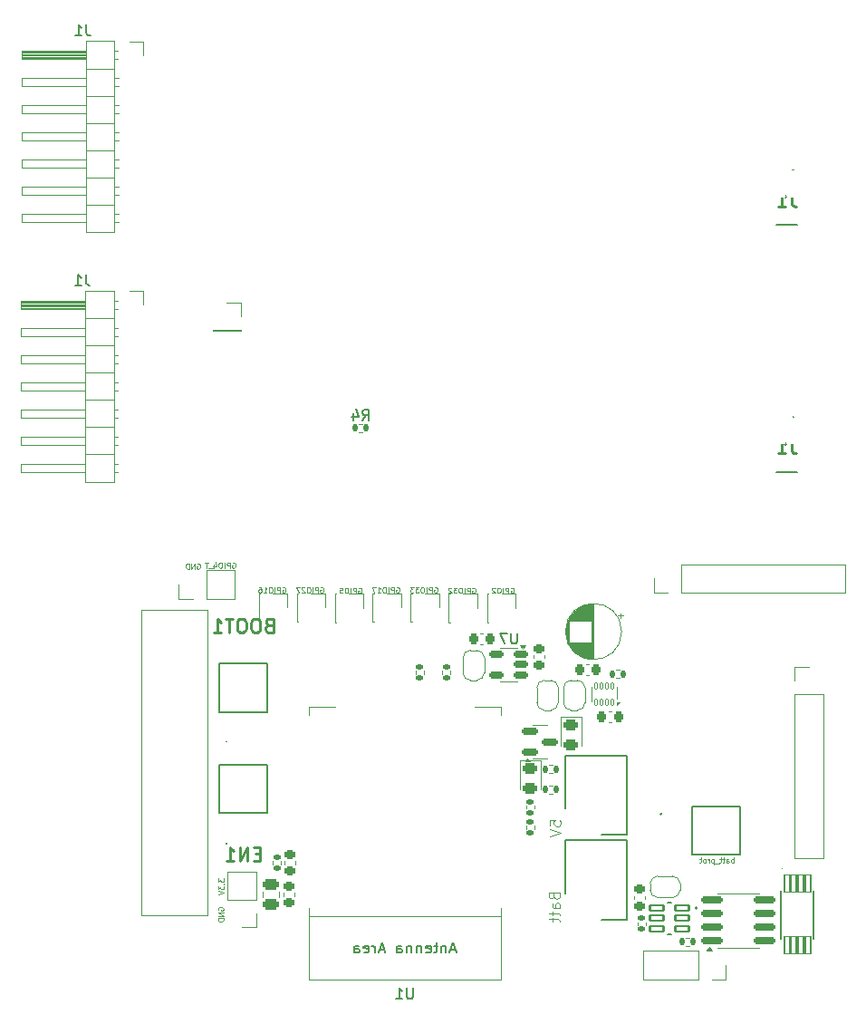
<source format=gbr>
%TF.GenerationSoftware,KiCad,Pcbnew,8.0.6*%
%TF.CreationDate,2024-11-11T19:10:45+01:00*%
%TF.ProjectId,panel,70616e65-6c2e-46b6-9963-61645f706362,rev?*%
%TF.SameCoordinates,Original*%
%TF.FileFunction,Legend,Bot*%
%TF.FilePolarity,Positive*%
%FSLAX46Y46*%
G04 Gerber Fmt 4.6, Leading zero omitted, Abs format (unit mm)*
G04 Created by KiCad (PCBNEW 8.0.6) date 2024-11-11 19:10:45*
%MOMM*%
%LPD*%
G01*
G04 APERTURE LIST*
G04 Aperture macros list*
%AMRoundRect*
0 Rectangle with rounded corners*
0 $1 Rounding radius*
0 $2 $3 $4 $5 $6 $7 $8 $9 X,Y pos of 4 corners*
0 Add a 4 corners polygon primitive as box body*
4,1,4,$2,$3,$4,$5,$6,$7,$8,$9,$2,$3,0*
0 Add four circle primitives for the rounded corners*
1,1,$1+$1,$2,$3*
1,1,$1+$1,$4,$5*
1,1,$1+$1,$6,$7*
1,1,$1+$1,$8,$9*
0 Add four rect primitives between the rounded corners*
20,1,$1+$1,$2,$3,$4,$5,0*
20,1,$1+$1,$4,$5,$6,$7,0*
20,1,$1+$1,$6,$7,$8,$9,0*
20,1,$1+$1,$8,$9,$2,$3,0*%
%AMFreePoly0*
4,1,19,0.500000,-0.750000,0.000000,-0.750000,0.000000,-0.744911,-0.071157,-0.744911,-0.207708,-0.704816,-0.327430,-0.627875,-0.420627,-0.520320,-0.479746,-0.390866,-0.500000,-0.250000,-0.500000,0.250000,-0.479746,0.390866,-0.420627,0.520320,-0.327430,0.627875,-0.207708,0.704816,-0.071157,0.744911,0.000000,0.744911,0.000000,0.750000,0.500000,0.750000,0.500000,-0.750000,0.500000,-0.750000,
$1*%
%AMFreePoly1*
4,1,19,0.000000,0.744911,0.071157,0.744911,0.207708,0.704816,0.327430,0.627875,0.420627,0.520320,0.479746,0.390866,0.500000,0.250000,0.500000,-0.250000,0.479746,-0.390866,0.420627,-0.520320,0.327430,-0.627875,0.207708,-0.704816,0.071157,-0.744911,0.000000,-0.744911,0.000000,-0.750000,-0.500000,-0.750000,-0.500000,0.750000,0.000000,0.750000,0.000000,0.744911,0.000000,0.744911,
$1*%
G04 Aperture macros list end*
%ADD10C,0.100000*%
%ADD11C,0.254000*%
%ADD12C,0.150000*%
%ADD13C,0.200000*%
%ADD14C,0.120000*%
%ADD15C,0.127000*%
%ADD16R,1.275000X1.275000*%
%ADD17C,1.275000*%
%ADD18C,0.650000*%
%ADD19C,1.070000*%
%ADD20R,0.700000X2.000000*%
%ADD21R,0.760000X2.000000*%
%ADD22R,0.800000X2.000000*%
%ADD23C,1.755000*%
%ADD24C,1.875000*%
%ADD25C,1.850000*%
%ADD26C,2.000000*%
%ADD27R,1.700000X1.700000*%
%ADD28O,1.700000X1.700000*%
%ADD29C,1.700000*%
%ADD30C,1.600000*%
%ADD31RoundRect,0.135000X-0.185000X0.135000X-0.185000X-0.135000X0.185000X-0.135000X0.185000X0.135000X0*%
%ADD32RoundRect,0.050000X0.100000X-0.285000X0.100000X0.285000X-0.100000X0.285000X-0.100000X-0.285000X0*%
%ADD33RoundRect,0.150000X-0.825000X-0.150000X0.825000X-0.150000X0.825000X0.150000X-0.825000X0.150000X0*%
%ADD34RoundRect,0.135000X-0.135000X-0.185000X0.135000X-0.185000X0.135000X0.185000X-0.135000X0.185000X0*%
%ADD35R,1.400000X1.600000*%
%ADD36RoundRect,0.135000X0.185000X-0.135000X0.185000X0.135000X-0.185000X0.135000X-0.185000X-0.135000X0*%
%ADD37RoundRect,0.225000X-0.225000X-0.250000X0.225000X-0.250000X0.225000X0.250000X-0.225000X0.250000X0*%
%ADD38RoundRect,0.225000X0.225000X0.250000X-0.225000X0.250000X-0.225000X-0.250000X0.225000X-0.250000X0*%
%ADD39RoundRect,0.102000X0.650000X0.235000X-0.650000X0.235000X-0.650000X-0.235000X0.650000X-0.235000X0*%
%ADD40R,1.600000X1.400000*%
%ADD41RoundRect,0.225000X-0.250000X0.225000X-0.250000X-0.225000X0.250000X-0.225000X0.250000X0.225000X0*%
%ADD42FreePoly0,270.000000*%
%ADD43FreePoly1,270.000000*%
%ADD44RoundRect,0.150000X-0.587500X-0.150000X0.587500X-0.150000X0.587500X0.150000X-0.587500X0.150000X0*%
%ADD45FreePoly0,0.000000*%
%ADD46FreePoly1,0.000000*%
%ADD47R,1.500000X0.900000*%
%ADD48R,0.900000X1.500000*%
%ADD49R,0.900000X0.900000*%
%ADD50RoundRect,0.150000X0.512500X0.150000X-0.512500X0.150000X-0.512500X-0.150000X0.512500X-0.150000X0*%
%ADD51FreePoly0,90.000000*%
%ADD52FreePoly1,90.000000*%
%ADD53RoundRect,0.243750X-0.456250X0.243750X-0.456250X-0.243750X0.456250X-0.243750X0.456250X0.243750X0*%
%ADD54R,1.600000X1.600000*%
%ADD55RoundRect,0.075500X-0.226500X0.806500X-0.226500X-0.806500X0.226500X-0.806500X0.226500X0.806500X0*%
%ADD56RoundRect,0.250000X-0.475000X0.250000X-0.475000X-0.250000X0.475000X-0.250000X0.475000X0.250000X0*%
%ADD57R,2.000000X2.000000*%
%ADD58RoundRect,0.135000X0.135000X0.185000X-0.135000X0.185000X-0.135000X-0.185000X0.135000X-0.185000X0*%
G04 APERTURE END LIST*
D10*
X106740000Y-106720000D02*
X112990000Y-106720000D01*
X112990000Y-135220000D01*
X106740000Y-135220000D01*
X106740000Y-106720000D01*
X115283258Y-102317419D02*
X115330877Y-102293609D01*
X115330877Y-102293609D02*
X115402306Y-102293609D01*
X115402306Y-102293609D02*
X115473734Y-102317419D01*
X115473734Y-102317419D02*
X115521353Y-102365038D01*
X115521353Y-102365038D02*
X115545163Y-102412657D01*
X115545163Y-102412657D02*
X115568972Y-102507895D01*
X115568972Y-102507895D02*
X115568972Y-102579323D01*
X115568972Y-102579323D02*
X115545163Y-102674561D01*
X115545163Y-102674561D02*
X115521353Y-102722180D01*
X115521353Y-102722180D02*
X115473734Y-102769800D01*
X115473734Y-102769800D02*
X115402306Y-102793609D01*
X115402306Y-102793609D02*
X115354687Y-102793609D01*
X115354687Y-102793609D02*
X115283258Y-102769800D01*
X115283258Y-102769800D02*
X115259449Y-102745990D01*
X115259449Y-102745990D02*
X115259449Y-102579323D01*
X115259449Y-102579323D02*
X115354687Y-102579323D01*
X115045163Y-102793609D02*
X115045163Y-102293609D01*
X115045163Y-102293609D02*
X114854687Y-102293609D01*
X114854687Y-102293609D02*
X114807068Y-102317419D01*
X114807068Y-102317419D02*
X114783258Y-102341228D01*
X114783258Y-102341228D02*
X114759449Y-102388847D01*
X114759449Y-102388847D02*
X114759449Y-102460276D01*
X114759449Y-102460276D02*
X114783258Y-102507895D01*
X114783258Y-102507895D02*
X114807068Y-102531704D01*
X114807068Y-102531704D02*
X114854687Y-102555514D01*
X114854687Y-102555514D02*
X115045163Y-102555514D01*
X114545163Y-102793609D02*
X114545163Y-102293609D01*
X114211830Y-102293609D02*
X114116592Y-102293609D01*
X114116592Y-102293609D02*
X114068973Y-102317419D01*
X114068973Y-102317419D02*
X114021354Y-102365038D01*
X114021354Y-102365038D02*
X113997544Y-102460276D01*
X113997544Y-102460276D02*
X113997544Y-102626942D01*
X113997544Y-102626942D02*
X114021354Y-102722180D01*
X114021354Y-102722180D02*
X114068973Y-102769800D01*
X114068973Y-102769800D02*
X114116592Y-102793609D01*
X114116592Y-102793609D02*
X114211830Y-102793609D01*
X114211830Y-102793609D02*
X114259449Y-102769800D01*
X114259449Y-102769800D02*
X114307068Y-102722180D01*
X114307068Y-102722180D02*
X114330877Y-102626942D01*
X114330877Y-102626942D02*
X114330877Y-102460276D01*
X114330877Y-102460276D02*
X114307068Y-102365038D01*
X114307068Y-102365038D02*
X114259449Y-102317419D01*
X114259449Y-102317419D02*
X114211830Y-102293609D01*
X113568972Y-102460276D02*
X113568972Y-102793609D01*
X113688020Y-102269800D02*
X113807067Y-102626942D01*
X113807067Y-102626942D02*
X113497544Y-102626942D01*
X113426116Y-102841228D02*
X113045163Y-102841228D01*
X112997544Y-102293609D02*
X112711830Y-102293609D01*
X112854687Y-102793609D02*
X112854687Y-102293609D01*
X113957419Y-134786741D02*
X113933609Y-134739122D01*
X113933609Y-134739122D02*
X113933609Y-134667693D01*
X113933609Y-134667693D02*
X113957419Y-134596265D01*
X113957419Y-134596265D02*
X114005038Y-134548646D01*
X114005038Y-134548646D02*
X114052657Y-134524836D01*
X114052657Y-134524836D02*
X114147895Y-134501027D01*
X114147895Y-134501027D02*
X114219323Y-134501027D01*
X114219323Y-134501027D02*
X114314561Y-134524836D01*
X114314561Y-134524836D02*
X114362180Y-134548646D01*
X114362180Y-134548646D02*
X114409800Y-134596265D01*
X114409800Y-134596265D02*
X114433609Y-134667693D01*
X114433609Y-134667693D02*
X114433609Y-134715312D01*
X114433609Y-134715312D02*
X114409800Y-134786741D01*
X114409800Y-134786741D02*
X114385990Y-134810550D01*
X114385990Y-134810550D02*
X114219323Y-134810550D01*
X114219323Y-134810550D02*
X114219323Y-134715312D01*
X114433609Y-135024836D02*
X113933609Y-135024836D01*
X113933609Y-135024836D02*
X114433609Y-135310550D01*
X114433609Y-135310550D02*
X113933609Y-135310550D01*
X114433609Y-135548646D02*
X113933609Y-135548646D01*
X113933609Y-135548646D02*
X113933609Y-135667694D01*
X113933609Y-135667694D02*
X113957419Y-135739122D01*
X113957419Y-135739122D02*
X114005038Y-135786741D01*
X114005038Y-135786741D02*
X114052657Y-135810551D01*
X114052657Y-135810551D02*
X114147895Y-135834360D01*
X114147895Y-135834360D02*
X114219323Y-135834360D01*
X114219323Y-135834360D02*
X114314561Y-135810551D01*
X114314561Y-135810551D02*
X114362180Y-135786741D01*
X114362180Y-135786741D02*
X114409800Y-135739122D01*
X114409800Y-135739122D02*
X114433609Y-135667694D01*
X114433609Y-135667694D02*
X114433609Y-135548646D01*
X134163258Y-104627419D02*
X134210877Y-104603609D01*
X134210877Y-104603609D02*
X134282306Y-104603609D01*
X134282306Y-104603609D02*
X134353734Y-104627419D01*
X134353734Y-104627419D02*
X134401353Y-104675038D01*
X134401353Y-104675038D02*
X134425163Y-104722657D01*
X134425163Y-104722657D02*
X134448972Y-104817895D01*
X134448972Y-104817895D02*
X134448972Y-104889323D01*
X134448972Y-104889323D02*
X134425163Y-104984561D01*
X134425163Y-104984561D02*
X134401353Y-105032180D01*
X134401353Y-105032180D02*
X134353734Y-105079800D01*
X134353734Y-105079800D02*
X134282306Y-105103609D01*
X134282306Y-105103609D02*
X134234687Y-105103609D01*
X134234687Y-105103609D02*
X134163258Y-105079800D01*
X134163258Y-105079800D02*
X134139449Y-105055990D01*
X134139449Y-105055990D02*
X134139449Y-104889323D01*
X134139449Y-104889323D02*
X134234687Y-104889323D01*
X133925163Y-105103609D02*
X133925163Y-104603609D01*
X133925163Y-104603609D02*
X133734687Y-104603609D01*
X133734687Y-104603609D02*
X133687068Y-104627419D01*
X133687068Y-104627419D02*
X133663258Y-104651228D01*
X133663258Y-104651228D02*
X133639449Y-104698847D01*
X133639449Y-104698847D02*
X133639449Y-104770276D01*
X133639449Y-104770276D02*
X133663258Y-104817895D01*
X133663258Y-104817895D02*
X133687068Y-104841704D01*
X133687068Y-104841704D02*
X133734687Y-104865514D01*
X133734687Y-104865514D02*
X133925163Y-104865514D01*
X133425163Y-105103609D02*
X133425163Y-104603609D01*
X133091830Y-104603609D02*
X132996592Y-104603609D01*
X132996592Y-104603609D02*
X132948973Y-104627419D01*
X132948973Y-104627419D02*
X132901354Y-104675038D01*
X132901354Y-104675038D02*
X132877544Y-104770276D01*
X132877544Y-104770276D02*
X132877544Y-104936942D01*
X132877544Y-104936942D02*
X132901354Y-105032180D01*
X132901354Y-105032180D02*
X132948973Y-105079800D01*
X132948973Y-105079800D02*
X132996592Y-105103609D01*
X132996592Y-105103609D02*
X133091830Y-105103609D01*
X133091830Y-105103609D02*
X133139449Y-105079800D01*
X133139449Y-105079800D02*
X133187068Y-105032180D01*
X133187068Y-105032180D02*
X133210877Y-104936942D01*
X133210877Y-104936942D02*
X133210877Y-104770276D01*
X133210877Y-104770276D02*
X133187068Y-104675038D01*
X133187068Y-104675038D02*
X133139449Y-104627419D01*
X133139449Y-104627419D02*
X133091830Y-104603609D01*
X132710877Y-104603609D02*
X132401353Y-104603609D01*
X132401353Y-104603609D02*
X132568020Y-104794085D01*
X132568020Y-104794085D02*
X132496591Y-104794085D01*
X132496591Y-104794085D02*
X132448972Y-104817895D01*
X132448972Y-104817895D02*
X132425163Y-104841704D01*
X132425163Y-104841704D02*
X132401353Y-104889323D01*
X132401353Y-104889323D02*
X132401353Y-105008371D01*
X132401353Y-105008371D02*
X132425163Y-105055990D01*
X132425163Y-105055990D02*
X132448972Y-105079800D01*
X132448972Y-105079800D02*
X132496591Y-105103609D01*
X132496591Y-105103609D02*
X132639448Y-105103609D01*
X132639448Y-105103609D02*
X132687067Y-105079800D01*
X132687067Y-105079800D02*
X132710877Y-105055990D01*
X132234687Y-104603609D02*
X131925163Y-104603609D01*
X131925163Y-104603609D02*
X132091830Y-104794085D01*
X132091830Y-104794085D02*
X132020401Y-104794085D01*
X132020401Y-104794085D02*
X131972782Y-104817895D01*
X131972782Y-104817895D02*
X131948973Y-104841704D01*
X131948973Y-104841704D02*
X131925163Y-104889323D01*
X131925163Y-104889323D02*
X131925163Y-105008371D01*
X131925163Y-105008371D02*
X131948973Y-105055990D01*
X131948973Y-105055990D02*
X131972782Y-105079800D01*
X131972782Y-105079800D02*
X132020401Y-105103609D01*
X132020401Y-105103609D02*
X132163258Y-105103609D01*
X132163258Y-105103609D02*
X132210877Y-105079800D01*
X132210877Y-105079800D02*
X132234687Y-105055990D01*
X119963258Y-104627419D02*
X120010877Y-104603609D01*
X120010877Y-104603609D02*
X120082306Y-104603609D01*
X120082306Y-104603609D02*
X120153734Y-104627419D01*
X120153734Y-104627419D02*
X120201353Y-104675038D01*
X120201353Y-104675038D02*
X120225163Y-104722657D01*
X120225163Y-104722657D02*
X120248972Y-104817895D01*
X120248972Y-104817895D02*
X120248972Y-104889323D01*
X120248972Y-104889323D02*
X120225163Y-104984561D01*
X120225163Y-104984561D02*
X120201353Y-105032180D01*
X120201353Y-105032180D02*
X120153734Y-105079800D01*
X120153734Y-105079800D02*
X120082306Y-105103609D01*
X120082306Y-105103609D02*
X120034687Y-105103609D01*
X120034687Y-105103609D02*
X119963258Y-105079800D01*
X119963258Y-105079800D02*
X119939449Y-105055990D01*
X119939449Y-105055990D02*
X119939449Y-104889323D01*
X119939449Y-104889323D02*
X120034687Y-104889323D01*
X119725163Y-105103609D02*
X119725163Y-104603609D01*
X119725163Y-104603609D02*
X119534687Y-104603609D01*
X119534687Y-104603609D02*
X119487068Y-104627419D01*
X119487068Y-104627419D02*
X119463258Y-104651228D01*
X119463258Y-104651228D02*
X119439449Y-104698847D01*
X119439449Y-104698847D02*
X119439449Y-104770276D01*
X119439449Y-104770276D02*
X119463258Y-104817895D01*
X119463258Y-104817895D02*
X119487068Y-104841704D01*
X119487068Y-104841704D02*
X119534687Y-104865514D01*
X119534687Y-104865514D02*
X119725163Y-104865514D01*
X119225163Y-105103609D02*
X119225163Y-104603609D01*
X118891830Y-104603609D02*
X118796592Y-104603609D01*
X118796592Y-104603609D02*
X118748973Y-104627419D01*
X118748973Y-104627419D02*
X118701354Y-104675038D01*
X118701354Y-104675038D02*
X118677544Y-104770276D01*
X118677544Y-104770276D02*
X118677544Y-104936942D01*
X118677544Y-104936942D02*
X118701354Y-105032180D01*
X118701354Y-105032180D02*
X118748973Y-105079800D01*
X118748973Y-105079800D02*
X118796592Y-105103609D01*
X118796592Y-105103609D02*
X118891830Y-105103609D01*
X118891830Y-105103609D02*
X118939449Y-105079800D01*
X118939449Y-105079800D02*
X118987068Y-105032180D01*
X118987068Y-105032180D02*
X119010877Y-104936942D01*
X119010877Y-104936942D02*
X119010877Y-104770276D01*
X119010877Y-104770276D02*
X118987068Y-104675038D01*
X118987068Y-104675038D02*
X118939449Y-104627419D01*
X118939449Y-104627419D02*
X118891830Y-104603609D01*
X118201353Y-105103609D02*
X118487067Y-105103609D01*
X118344210Y-105103609D02*
X118344210Y-104603609D01*
X118344210Y-104603609D02*
X118391829Y-104675038D01*
X118391829Y-104675038D02*
X118439448Y-104722657D01*
X118439448Y-104722657D02*
X118487067Y-104746466D01*
X117772782Y-104603609D02*
X117868020Y-104603609D01*
X117868020Y-104603609D02*
X117915639Y-104627419D01*
X117915639Y-104627419D02*
X117939449Y-104651228D01*
X117939449Y-104651228D02*
X117987068Y-104722657D01*
X117987068Y-104722657D02*
X118010877Y-104817895D01*
X118010877Y-104817895D02*
X118010877Y-105008371D01*
X118010877Y-105008371D02*
X117987068Y-105055990D01*
X117987068Y-105055990D02*
X117963258Y-105079800D01*
X117963258Y-105079800D02*
X117915639Y-105103609D01*
X117915639Y-105103609D02*
X117820401Y-105103609D01*
X117820401Y-105103609D02*
X117772782Y-105079800D01*
X117772782Y-105079800D02*
X117748973Y-105055990D01*
X117748973Y-105055990D02*
X117725163Y-105008371D01*
X117725163Y-105008371D02*
X117725163Y-104889323D01*
X117725163Y-104889323D02*
X117748973Y-104841704D01*
X117748973Y-104841704D02*
X117772782Y-104817895D01*
X117772782Y-104817895D02*
X117820401Y-104794085D01*
X117820401Y-104794085D02*
X117915639Y-104794085D01*
X117915639Y-104794085D02*
X117963258Y-104817895D01*
X117963258Y-104817895D02*
X117987068Y-104841704D01*
X117987068Y-104841704D02*
X118010877Y-104889323D01*
X123513258Y-104627419D02*
X123560877Y-104603609D01*
X123560877Y-104603609D02*
X123632306Y-104603609D01*
X123632306Y-104603609D02*
X123703734Y-104627419D01*
X123703734Y-104627419D02*
X123751353Y-104675038D01*
X123751353Y-104675038D02*
X123775163Y-104722657D01*
X123775163Y-104722657D02*
X123798972Y-104817895D01*
X123798972Y-104817895D02*
X123798972Y-104889323D01*
X123798972Y-104889323D02*
X123775163Y-104984561D01*
X123775163Y-104984561D02*
X123751353Y-105032180D01*
X123751353Y-105032180D02*
X123703734Y-105079800D01*
X123703734Y-105079800D02*
X123632306Y-105103609D01*
X123632306Y-105103609D02*
X123584687Y-105103609D01*
X123584687Y-105103609D02*
X123513258Y-105079800D01*
X123513258Y-105079800D02*
X123489449Y-105055990D01*
X123489449Y-105055990D02*
X123489449Y-104889323D01*
X123489449Y-104889323D02*
X123584687Y-104889323D01*
X123275163Y-105103609D02*
X123275163Y-104603609D01*
X123275163Y-104603609D02*
X123084687Y-104603609D01*
X123084687Y-104603609D02*
X123037068Y-104627419D01*
X123037068Y-104627419D02*
X123013258Y-104651228D01*
X123013258Y-104651228D02*
X122989449Y-104698847D01*
X122989449Y-104698847D02*
X122989449Y-104770276D01*
X122989449Y-104770276D02*
X123013258Y-104817895D01*
X123013258Y-104817895D02*
X123037068Y-104841704D01*
X123037068Y-104841704D02*
X123084687Y-104865514D01*
X123084687Y-104865514D02*
X123275163Y-104865514D01*
X122775163Y-105103609D02*
X122775163Y-104603609D01*
X122441830Y-104603609D02*
X122346592Y-104603609D01*
X122346592Y-104603609D02*
X122298973Y-104627419D01*
X122298973Y-104627419D02*
X122251354Y-104675038D01*
X122251354Y-104675038D02*
X122227544Y-104770276D01*
X122227544Y-104770276D02*
X122227544Y-104936942D01*
X122227544Y-104936942D02*
X122251354Y-105032180D01*
X122251354Y-105032180D02*
X122298973Y-105079800D01*
X122298973Y-105079800D02*
X122346592Y-105103609D01*
X122346592Y-105103609D02*
X122441830Y-105103609D01*
X122441830Y-105103609D02*
X122489449Y-105079800D01*
X122489449Y-105079800D02*
X122537068Y-105032180D01*
X122537068Y-105032180D02*
X122560877Y-104936942D01*
X122560877Y-104936942D02*
X122560877Y-104770276D01*
X122560877Y-104770276D02*
X122537068Y-104675038D01*
X122537068Y-104675038D02*
X122489449Y-104627419D01*
X122489449Y-104627419D02*
X122441830Y-104603609D01*
X122037067Y-104651228D02*
X122013258Y-104627419D01*
X122013258Y-104627419D02*
X121965639Y-104603609D01*
X121965639Y-104603609D02*
X121846591Y-104603609D01*
X121846591Y-104603609D02*
X121798972Y-104627419D01*
X121798972Y-104627419D02*
X121775163Y-104651228D01*
X121775163Y-104651228D02*
X121751353Y-104698847D01*
X121751353Y-104698847D02*
X121751353Y-104746466D01*
X121751353Y-104746466D02*
X121775163Y-104817895D01*
X121775163Y-104817895D02*
X122060877Y-105103609D01*
X122060877Y-105103609D02*
X121751353Y-105103609D01*
X121584687Y-104603609D02*
X121251354Y-104603609D01*
X121251354Y-104603609D02*
X121465639Y-105103609D01*
X113983609Y-131807217D02*
X113983609Y-132116741D01*
X113983609Y-132116741D02*
X114174085Y-131950074D01*
X114174085Y-131950074D02*
X114174085Y-132021503D01*
X114174085Y-132021503D02*
X114197895Y-132069122D01*
X114197895Y-132069122D02*
X114221704Y-132092931D01*
X114221704Y-132092931D02*
X114269323Y-132116741D01*
X114269323Y-132116741D02*
X114388371Y-132116741D01*
X114388371Y-132116741D02*
X114435990Y-132092931D01*
X114435990Y-132092931D02*
X114459800Y-132069122D01*
X114459800Y-132069122D02*
X114483609Y-132021503D01*
X114483609Y-132021503D02*
X114483609Y-131878646D01*
X114483609Y-131878646D02*
X114459800Y-131831027D01*
X114459800Y-131831027D02*
X114435990Y-131807217D01*
X114435990Y-132331026D02*
X114459800Y-132354836D01*
X114459800Y-132354836D02*
X114483609Y-132331026D01*
X114483609Y-132331026D02*
X114459800Y-132307217D01*
X114459800Y-132307217D02*
X114435990Y-132331026D01*
X114435990Y-132331026D02*
X114483609Y-132331026D01*
X113983609Y-132521502D02*
X113983609Y-132831026D01*
X113983609Y-132831026D02*
X114174085Y-132664359D01*
X114174085Y-132664359D02*
X114174085Y-132735788D01*
X114174085Y-132735788D02*
X114197895Y-132783407D01*
X114197895Y-132783407D02*
X114221704Y-132807216D01*
X114221704Y-132807216D02*
X114269323Y-132831026D01*
X114269323Y-132831026D02*
X114388371Y-132831026D01*
X114388371Y-132831026D02*
X114435990Y-132807216D01*
X114435990Y-132807216D02*
X114459800Y-132783407D01*
X114459800Y-132783407D02*
X114483609Y-132735788D01*
X114483609Y-132735788D02*
X114483609Y-132592931D01*
X114483609Y-132592931D02*
X114459800Y-132545312D01*
X114459800Y-132545312D02*
X114435990Y-132521502D01*
X113983609Y-132973883D02*
X114483609Y-133140549D01*
X114483609Y-133140549D02*
X113983609Y-133307216D01*
X127063258Y-104677419D02*
X127110877Y-104653609D01*
X127110877Y-104653609D02*
X127182306Y-104653609D01*
X127182306Y-104653609D02*
X127253734Y-104677419D01*
X127253734Y-104677419D02*
X127301353Y-104725038D01*
X127301353Y-104725038D02*
X127325163Y-104772657D01*
X127325163Y-104772657D02*
X127348972Y-104867895D01*
X127348972Y-104867895D02*
X127348972Y-104939323D01*
X127348972Y-104939323D02*
X127325163Y-105034561D01*
X127325163Y-105034561D02*
X127301353Y-105082180D01*
X127301353Y-105082180D02*
X127253734Y-105129800D01*
X127253734Y-105129800D02*
X127182306Y-105153609D01*
X127182306Y-105153609D02*
X127134687Y-105153609D01*
X127134687Y-105153609D02*
X127063258Y-105129800D01*
X127063258Y-105129800D02*
X127039449Y-105105990D01*
X127039449Y-105105990D02*
X127039449Y-104939323D01*
X127039449Y-104939323D02*
X127134687Y-104939323D01*
X126825163Y-105153609D02*
X126825163Y-104653609D01*
X126825163Y-104653609D02*
X126634687Y-104653609D01*
X126634687Y-104653609D02*
X126587068Y-104677419D01*
X126587068Y-104677419D02*
X126563258Y-104701228D01*
X126563258Y-104701228D02*
X126539449Y-104748847D01*
X126539449Y-104748847D02*
X126539449Y-104820276D01*
X126539449Y-104820276D02*
X126563258Y-104867895D01*
X126563258Y-104867895D02*
X126587068Y-104891704D01*
X126587068Y-104891704D02*
X126634687Y-104915514D01*
X126634687Y-104915514D02*
X126825163Y-104915514D01*
X126325163Y-105153609D02*
X126325163Y-104653609D01*
X125991830Y-104653609D02*
X125896592Y-104653609D01*
X125896592Y-104653609D02*
X125848973Y-104677419D01*
X125848973Y-104677419D02*
X125801354Y-104725038D01*
X125801354Y-104725038D02*
X125777544Y-104820276D01*
X125777544Y-104820276D02*
X125777544Y-104986942D01*
X125777544Y-104986942D02*
X125801354Y-105082180D01*
X125801354Y-105082180D02*
X125848973Y-105129800D01*
X125848973Y-105129800D02*
X125896592Y-105153609D01*
X125896592Y-105153609D02*
X125991830Y-105153609D01*
X125991830Y-105153609D02*
X126039449Y-105129800D01*
X126039449Y-105129800D02*
X126087068Y-105082180D01*
X126087068Y-105082180D02*
X126110877Y-104986942D01*
X126110877Y-104986942D02*
X126110877Y-104820276D01*
X126110877Y-104820276D02*
X126087068Y-104725038D01*
X126087068Y-104725038D02*
X126039449Y-104677419D01*
X126039449Y-104677419D02*
X125991830Y-104653609D01*
X125325163Y-104653609D02*
X125563258Y-104653609D01*
X125563258Y-104653609D02*
X125587067Y-104891704D01*
X125587067Y-104891704D02*
X125563258Y-104867895D01*
X125563258Y-104867895D02*
X125515639Y-104844085D01*
X125515639Y-104844085D02*
X125396591Y-104844085D01*
X125396591Y-104844085D02*
X125348972Y-104867895D01*
X125348972Y-104867895D02*
X125325163Y-104891704D01*
X125325163Y-104891704D02*
X125301353Y-104939323D01*
X125301353Y-104939323D02*
X125301353Y-105058371D01*
X125301353Y-105058371D02*
X125325163Y-105105990D01*
X125325163Y-105105990D02*
X125348972Y-105129800D01*
X125348972Y-105129800D02*
X125396591Y-105153609D01*
X125396591Y-105153609D02*
X125515639Y-105153609D01*
X125515639Y-105153609D02*
X125563258Y-105129800D01*
X125563258Y-105129800D02*
X125587067Y-105105990D01*
X141313258Y-104677419D02*
X141360877Y-104653609D01*
X141360877Y-104653609D02*
X141432306Y-104653609D01*
X141432306Y-104653609D02*
X141503734Y-104677419D01*
X141503734Y-104677419D02*
X141551353Y-104725038D01*
X141551353Y-104725038D02*
X141575163Y-104772657D01*
X141575163Y-104772657D02*
X141598972Y-104867895D01*
X141598972Y-104867895D02*
X141598972Y-104939323D01*
X141598972Y-104939323D02*
X141575163Y-105034561D01*
X141575163Y-105034561D02*
X141551353Y-105082180D01*
X141551353Y-105082180D02*
X141503734Y-105129800D01*
X141503734Y-105129800D02*
X141432306Y-105153609D01*
X141432306Y-105153609D02*
X141384687Y-105153609D01*
X141384687Y-105153609D02*
X141313258Y-105129800D01*
X141313258Y-105129800D02*
X141289449Y-105105990D01*
X141289449Y-105105990D02*
X141289449Y-104939323D01*
X141289449Y-104939323D02*
X141384687Y-104939323D01*
X141075163Y-105153609D02*
X141075163Y-104653609D01*
X141075163Y-104653609D02*
X140884687Y-104653609D01*
X140884687Y-104653609D02*
X140837068Y-104677419D01*
X140837068Y-104677419D02*
X140813258Y-104701228D01*
X140813258Y-104701228D02*
X140789449Y-104748847D01*
X140789449Y-104748847D02*
X140789449Y-104820276D01*
X140789449Y-104820276D02*
X140813258Y-104867895D01*
X140813258Y-104867895D02*
X140837068Y-104891704D01*
X140837068Y-104891704D02*
X140884687Y-104915514D01*
X140884687Y-104915514D02*
X141075163Y-104915514D01*
X140575163Y-105153609D02*
X140575163Y-104653609D01*
X140241830Y-104653609D02*
X140146592Y-104653609D01*
X140146592Y-104653609D02*
X140098973Y-104677419D01*
X140098973Y-104677419D02*
X140051354Y-104725038D01*
X140051354Y-104725038D02*
X140027544Y-104820276D01*
X140027544Y-104820276D02*
X140027544Y-104986942D01*
X140027544Y-104986942D02*
X140051354Y-105082180D01*
X140051354Y-105082180D02*
X140098973Y-105129800D01*
X140098973Y-105129800D02*
X140146592Y-105153609D01*
X140146592Y-105153609D02*
X140241830Y-105153609D01*
X140241830Y-105153609D02*
X140289449Y-105129800D01*
X140289449Y-105129800D02*
X140337068Y-105082180D01*
X140337068Y-105082180D02*
X140360877Y-104986942D01*
X140360877Y-104986942D02*
X140360877Y-104820276D01*
X140360877Y-104820276D02*
X140337068Y-104725038D01*
X140337068Y-104725038D02*
X140289449Y-104677419D01*
X140289449Y-104677419D02*
X140241830Y-104653609D01*
X139837067Y-104701228D02*
X139813258Y-104677419D01*
X139813258Y-104677419D02*
X139765639Y-104653609D01*
X139765639Y-104653609D02*
X139646591Y-104653609D01*
X139646591Y-104653609D02*
X139598972Y-104677419D01*
X139598972Y-104677419D02*
X139575163Y-104701228D01*
X139575163Y-104701228D02*
X139551353Y-104748847D01*
X139551353Y-104748847D02*
X139551353Y-104796466D01*
X139551353Y-104796466D02*
X139575163Y-104867895D01*
X139575163Y-104867895D02*
X139860877Y-105153609D01*
X139860877Y-105153609D02*
X139551353Y-105153609D01*
X144952419Y-126880074D02*
X144952419Y-126403884D01*
X144952419Y-126403884D02*
X145428609Y-126356265D01*
X145428609Y-126356265D02*
X145380990Y-126403884D01*
X145380990Y-126403884D02*
X145333371Y-126499122D01*
X145333371Y-126499122D02*
X145333371Y-126737217D01*
X145333371Y-126737217D02*
X145380990Y-126832455D01*
X145380990Y-126832455D02*
X145428609Y-126880074D01*
X145428609Y-126880074D02*
X145523847Y-126927693D01*
X145523847Y-126927693D02*
X145761942Y-126927693D01*
X145761942Y-126927693D02*
X145857180Y-126880074D01*
X145857180Y-126880074D02*
X145904800Y-126832455D01*
X145904800Y-126832455D02*
X145952419Y-126737217D01*
X145952419Y-126737217D02*
X145952419Y-126499122D01*
X145952419Y-126499122D02*
X145904800Y-126403884D01*
X145904800Y-126403884D02*
X145857180Y-126356265D01*
X144952419Y-127213408D02*
X145952419Y-127546741D01*
X145952419Y-127546741D02*
X144952419Y-127880074D01*
X137713258Y-104677419D02*
X137760877Y-104653609D01*
X137760877Y-104653609D02*
X137832306Y-104653609D01*
X137832306Y-104653609D02*
X137903734Y-104677419D01*
X137903734Y-104677419D02*
X137951353Y-104725038D01*
X137951353Y-104725038D02*
X137975163Y-104772657D01*
X137975163Y-104772657D02*
X137998972Y-104867895D01*
X137998972Y-104867895D02*
X137998972Y-104939323D01*
X137998972Y-104939323D02*
X137975163Y-105034561D01*
X137975163Y-105034561D02*
X137951353Y-105082180D01*
X137951353Y-105082180D02*
X137903734Y-105129800D01*
X137903734Y-105129800D02*
X137832306Y-105153609D01*
X137832306Y-105153609D02*
X137784687Y-105153609D01*
X137784687Y-105153609D02*
X137713258Y-105129800D01*
X137713258Y-105129800D02*
X137689449Y-105105990D01*
X137689449Y-105105990D02*
X137689449Y-104939323D01*
X137689449Y-104939323D02*
X137784687Y-104939323D01*
X137475163Y-105153609D02*
X137475163Y-104653609D01*
X137475163Y-104653609D02*
X137284687Y-104653609D01*
X137284687Y-104653609D02*
X137237068Y-104677419D01*
X137237068Y-104677419D02*
X137213258Y-104701228D01*
X137213258Y-104701228D02*
X137189449Y-104748847D01*
X137189449Y-104748847D02*
X137189449Y-104820276D01*
X137189449Y-104820276D02*
X137213258Y-104867895D01*
X137213258Y-104867895D02*
X137237068Y-104891704D01*
X137237068Y-104891704D02*
X137284687Y-104915514D01*
X137284687Y-104915514D02*
X137475163Y-104915514D01*
X136975163Y-105153609D02*
X136975163Y-104653609D01*
X136641830Y-104653609D02*
X136546592Y-104653609D01*
X136546592Y-104653609D02*
X136498973Y-104677419D01*
X136498973Y-104677419D02*
X136451354Y-104725038D01*
X136451354Y-104725038D02*
X136427544Y-104820276D01*
X136427544Y-104820276D02*
X136427544Y-104986942D01*
X136427544Y-104986942D02*
X136451354Y-105082180D01*
X136451354Y-105082180D02*
X136498973Y-105129800D01*
X136498973Y-105129800D02*
X136546592Y-105153609D01*
X136546592Y-105153609D02*
X136641830Y-105153609D01*
X136641830Y-105153609D02*
X136689449Y-105129800D01*
X136689449Y-105129800D02*
X136737068Y-105082180D01*
X136737068Y-105082180D02*
X136760877Y-104986942D01*
X136760877Y-104986942D02*
X136760877Y-104820276D01*
X136760877Y-104820276D02*
X136737068Y-104725038D01*
X136737068Y-104725038D02*
X136689449Y-104677419D01*
X136689449Y-104677419D02*
X136641830Y-104653609D01*
X136260877Y-104653609D02*
X135951353Y-104653609D01*
X135951353Y-104653609D02*
X136118020Y-104844085D01*
X136118020Y-104844085D02*
X136046591Y-104844085D01*
X136046591Y-104844085D02*
X135998972Y-104867895D01*
X135998972Y-104867895D02*
X135975163Y-104891704D01*
X135975163Y-104891704D02*
X135951353Y-104939323D01*
X135951353Y-104939323D02*
X135951353Y-105058371D01*
X135951353Y-105058371D02*
X135975163Y-105105990D01*
X135975163Y-105105990D02*
X135998972Y-105129800D01*
X135998972Y-105129800D02*
X136046591Y-105153609D01*
X136046591Y-105153609D02*
X136189448Y-105153609D01*
X136189448Y-105153609D02*
X136237067Y-105129800D01*
X136237067Y-105129800D02*
X136260877Y-105105990D01*
X135760877Y-104701228D02*
X135737068Y-104677419D01*
X135737068Y-104677419D02*
X135689449Y-104653609D01*
X135689449Y-104653609D02*
X135570401Y-104653609D01*
X135570401Y-104653609D02*
X135522782Y-104677419D01*
X135522782Y-104677419D02*
X135498973Y-104701228D01*
X135498973Y-104701228D02*
X135475163Y-104748847D01*
X135475163Y-104748847D02*
X135475163Y-104796466D01*
X135475163Y-104796466D02*
X135498973Y-104867895D01*
X135498973Y-104867895D02*
X135784687Y-105153609D01*
X135784687Y-105153609D02*
X135475163Y-105153609D01*
X130613258Y-104627419D02*
X130660877Y-104603609D01*
X130660877Y-104603609D02*
X130732306Y-104603609D01*
X130732306Y-104603609D02*
X130803734Y-104627419D01*
X130803734Y-104627419D02*
X130851353Y-104675038D01*
X130851353Y-104675038D02*
X130875163Y-104722657D01*
X130875163Y-104722657D02*
X130898972Y-104817895D01*
X130898972Y-104817895D02*
X130898972Y-104889323D01*
X130898972Y-104889323D02*
X130875163Y-104984561D01*
X130875163Y-104984561D02*
X130851353Y-105032180D01*
X130851353Y-105032180D02*
X130803734Y-105079800D01*
X130803734Y-105079800D02*
X130732306Y-105103609D01*
X130732306Y-105103609D02*
X130684687Y-105103609D01*
X130684687Y-105103609D02*
X130613258Y-105079800D01*
X130613258Y-105079800D02*
X130589449Y-105055990D01*
X130589449Y-105055990D02*
X130589449Y-104889323D01*
X130589449Y-104889323D02*
X130684687Y-104889323D01*
X130375163Y-105103609D02*
X130375163Y-104603609D01*
X130375163Y-104603609D02*
X130184687Y-104603609D01*
X130184687Y-104603609D02*
X130137068Y-104627419D01*
X130137068Y-104627419D02*
X130113258Y-104651228D01*
X130113258Y-104651228D02*
X130089449Y-104698847D01*
X130089449Y-104698847D02*
X130089449Y-104770276D01*
X130089449Y-104770276D02*
X130113258Y-104817895D01*
X130113258Y-104817895D02*
X130137068Y-104841704D01*
X130137068Y-104841704D02*
X130184687Y-104865514D01*
X130184687Y-104865514D02*
X130375163Y-104865514D01*
X129875163Y-105103609D02*
X129875163Y-104603609D01*
X129541830Y-104603609D02*
X129446592Y-104603609D01*
X129446592Y-104603609D02*
X129398973Y-104627419D01*
X129398973Y-104627419D02*
X129351354Y-104675038D01*
X129351354Y-104675038D02*
X129327544Y-104770276D01*
X129327544Y-104770276D02*
X129327544Y-104936942D01*
X129327544Y-104936942D02*
X129351354Y-105032180D01*
X129351354Y-105032180D02*
X129398973Y-105079800D01*
X129398973Y-105079800D02*
X129446592Y-105103609D01*
X129446592Y-105103609D02*
X129541830Y-105103609D01*
X129541830Y-105103609D02*
X129589449Y-105079800D01*
X129589449Y-105079800D02*
X129637068Y-105032180D01*
X129637068Y-105032180D02*
X129660877Y-104936942D01*
X129660877Y-104936942D02*
X129660877Y-104770276D01*
X129660877Y-104770276D02*
X129637068Y-104675038D01*
X129637068Y-104675038D02*
X129589449Y-104627419D01*
X129589449Y-104627419D02*
X129541830Y-104603609D01*
X128851353Y-105103609D02*
X129137067Y-105103609D01*
X128994210Y-105103609D02*
X128994210Y-104603609D01*
X128994210Y-104603609D02*
X129041829Y-104675038D01*
X129041829Y-104675038D02*
X129089448Y-104722657D01*
X129089448Y-104722657D02*
X129137067Y-104746466D01*
X128684687Y-104603609D02*
X128351354Y-104603609D01*
X128351354Y-104603609D02*
X128565639Y-105103609D01*
X162125163Y-130343609D02*
X162125163Y-129843609D01*
X162125163Y-130034085D02*
X162077544Y-130010276D01*
X162077544Y-130010276D02*
X161982306Y-130010276D01*
X161982306Y-130010276D02*
X161934687Y-130034085D01*
X161934687Y-130034085D02*
X161910877Y-130057895D01*
X161910877Y-130057895D02*
X161887068Y-130105514D01*
X161887068Y-130105514D02*
X161887068Y-130248371D01*
X161887068Y-130248371D02*
X161910877Y-130295990D01*
X161910877Y-130295990D02*
X161934687Y-130319800D01*
X161934687Y-130319800D02*
X161982306Y-130343609D01*
X161982306Y-130343609D02*
X162077544Y-130343609D01*
X162077544Y-130343609D02*
X162125163Y-130319800D01*
X161458496Y-130343609D02*
X161458496Y-130081704D01*
X161458496Y-130081704D02*
X161482306Y-130034085D01*
X161482306Y-130034085D02*
X161529925Y-130010276D01*
X161529925Y-130010276D02*
X161625163Y-130010276D01*
X161625163Y-130010276D02*
X161672782Y-130034085D01*
X161458496Y-130319800D02*
X161506115Y-130343609D01*
X161506115Y-130343609D02*
X161625163Y-130343609D01*
X161625163Y-130343609D02*
X161672782Y-130319800D01*
X161672782Y-130319800D02*
X161696591Y-130272180D01*
X161696591Y-130272180D02*
X161696591Y-130224561D01*
X161696591Y-130224561D02*
X161672782Y-130176942D01*
X161672782Y-130176942D02*
X161625163Y-130153133D01*
X161625163Y-130153133D02*
X161506115Y-130153133D01*
X161506115Y-130153133D02*
X161458496Y-130129323D01*
X161291829Y-130010276D02*
X161101353Y-130010276D01*
X161220401Y-129843609D02*
X161220401Y-130272180D01*
X161220401Y-130272180D02*
X161196591Y-130319800D01*
X161196591Y-130319800D02*
X161148972Y-130343609D01*
X161148972Y-130343609D02*
X161101353Y-130343609D01*
X161006115Y-130010276D02*
X160815639Y-130010276D01*
X160934687Y-129843609D02*
X160934687Y-130272180D01*
X160934687Y-130272180D02*
X160910877Y-130319800D01*
X160910877Y-130319800D02*
X160863258Y-130343609D01*
X160863258Y-130343609D02*
X160815639Y-130343609D01*
X160768021Y-130391228D02*
X160387068Y-130391228D01*
X160268021Y-130010276D02*
X160268021Y-130510276D01*
X160268021Y-130034085D02*
X160220402Y-130010276D01*
X160220402Y-130010276D02*
X160125164Y-130010276D01*
X160125164Y-130010276D02*
X160077545Y-130034085D01*
X160077545Y-130034085D02*
X160053735Y-130057895D01*
X160053735Y-130057895D02*
X160029926Y-130105514D01*
X160029926Y-130105514D02*
X160029926Y-130248371D01*
X160029926Y-130248371D02*
X160053735Y-130295990D01*
X160053735Y-130295990D02*
X160077545Y-130319800D01*
X160077545Y-130319800D02*
X160125164Y-130343609D01*
X160125164Y-130343609D02*
X160220402Y-130343609D01*
X160220402Y-130343609D02*
X160268021Y-130319800D01*
X159815640Y-130343609D02*
X159815640Y-130010276D01*
X159815640Y-130105514D02*
X159791830Y-130057895D01*
X159791830Y-130057895D02*
X159768021Y-130034085D01*
X159768021Y-130034085D02*
X159720402Y-130010276D01*
X159720402Y-130010276D02*
X159672783Y-130010276D01*
X159434687Y-130343609D02*
X159482306Y-130319800D01*
X159482306Y-130319800D02*
X159506116Y-130295990D01*
X159506116Y-130295990D02*
X159529925Y-130248371D01*
X159529925Y-130248371D02*
X159529925Y-130105514D01*
X159529925Y-130105514D02*
X159506116Y-130057895D01*
X159506116Y-130057895D02*
X159482306Y-130034085D01*
X159482306Y-130034085D02*
X159434687Y-130010276D01*
X159434687Y-130010276D02*
X159363259Y-130010276D01*
X159363259Y-130010276D02*
X159315640Y-130034085D01*
X159315640Y-130034085D02*
X159291830Y-130057895D01*
X159291830Y-130057895D02*
X159268021Y-130105514D01*
X159268021Y-130105514D02*
X159268021Y-130248371D01*
X159268021Y-130248371D02*
X159291830Y-130295990D01*
X159291830Y-130295990D02*
X159315640Y-130319800D01*
X159315640Y-130319800D02*
X159363259Y-130343609D01*
X159363259Y-130343609D02*
X159434687Y-130343609D01*
X159125163Y-130010276D02*
X158934687Y-130010276D01*
X159053735Y-129843609D02*
X159053735Y-130272180D01*
X159053735Y-130272180D02*
X159029925Y-130319800D01*
X159029925Y-130319800D02*
X158982306Y-130343609D01*
X158982306Y-130343609D02*
X158934687Y-130343609D01*
X145328609Y-133477217D02*
X145376228Y-133620074D01*
X145376228Y-133620074D02*
X145423847Y-133667693D01*
X145423847Y-133667693D02*
X145519085Y-133715312D01*
X145519085Y-133715312D02*
X145661942Y-133715312D01*
X145661942Y-133715312D02*
X145757180Y-133667693D01*
X145757180Y-133667693D02*
X145804800Y-133620074D01*
X145804800Y-133620074D02*
X145852419Y-133524836D01*
X145852419Y-133524836D02*
X145852419Y-133143884D01*
X145852419Y-133143884D02*
X144852419Y-133143884D01*
X144852419Y-133143884D02*
X144852419Y-133477217D01*
X144852419Y-133477217D02*
X144900038Y-133572455D01*
X144900038Y-133572455D02*
X144947657Y-133620074D01*
X144947657Y-133620074D02*
X145042895Y-133667693D01*
X145042895Y-133667693D02*
X145138133Y-133667693D01*
X145138133Y-133667693D02*
X145233371Y-133620074D01*
X145233371Y-133620074D02*
X145280990Y-133572455D01*
X145280990Y-133572455D02*
X145328609Y-133477217D01*
X145328609Y-133477217D02*
X145328609Y-133143884D01*
X145852419Y-134572455D02*
X145328609Y-134572455D01*
X145328609Y-134572455D02*
X145233371Y-134524836D01*
X145233371Y-134524836D02*
X145185752Y-134429598D01*
X145185752Y-134429598D02*
X145185752Y-134239122D01*
X145185752Y-134239122D02*
X145233371Y-134143884D01*
X145804800Y-134572455D02*
X145852419Y-134477217D01*
X145852419Y-134477217D02*
X145852419Y-134239122D01*
X145852419Y-134239122D02*
X145804800Y-134143884D01*
X145804800Y-134143884D02*
X145709561Y-134096265D01*
X145709561Y-134096265D02*
X145614323Y-134096265D01*
X145614323Y-134096265D02*
X145519085Y-134143884D01*
X145519085Y-134143884D02*
X145471466Y-134239122D01*
X145471466Y-134239122D02*
X145471466Y-134477217D01*
X145471466Y-134477217D02*
X145423847Y-134572455D01*
X145185752Y-134905789D02*
X145185752Y-135286741D01*
X144852419Y-135048646D02*
X145709561Y-135048646D01*
X145709561Y-135048646D02*
X145804800Y-135096265D01*
X145804800Y-135096265D02*
X145852419Y-135191503D01*
X145852419Y-135191503D02*
X145852419Y-135286741D01*
X145185752Y-135477218D02*
X145185752Y-135858170D01*
X144852419Y-135620075D02*
X145709561Y-135620075D01*
X145709561Y-135620075D02*
X145804800Y-135667694D01*
X145804800Y-135667694D02*
X145852419Y-135762932D01*
X145852419Y-135762932D02*
X145852419Y-135858170D01*
X111983258Y-102417419D02*
X112030877Y-102393609D01*
X112030877Y-102393609D02*
X112102306Y-102393609D01*
X112102306Y-102393609D02*
X112173734Y-102417419D01*
X112173734Y-102417419D02*
X112221353Y-102465038D01*
X112221353Y-102465038D02*
X112245163Y-102512657D01*
X112245163Y-102512657D02*
X112268972Y-102607895D01*
X112268972Y-102607895D02*
X112268972Y-102679323D01*
X112268972Y-102679323D02*
X112245163Y-102774561D01*
X112245163Y-102774561D02*
X112221353Y-102822180D01*
X112221353Y-102822180D02*
X112173734Y-102869800D01*
X112173734Y-102869800D02*
X112102306Y-102893609D01*
X112102306Y-102893609D02*
X112054687Y-102893609D01*
X112054687Y-102893609D02*
X111983258Y-102869800D01*
X111983258Y-102869800D02*
X111959449Y-102845990D01*
X111959449Y-102845990D02*
X111959449Y-102679323D01*
X111959449Y-102679323D02*
X112054687Y-102679323D01*
X111745163Y-102893609D02*
X111745163Y-102393609D01*
X111745163Y-102393609D02*
X111459449Y-102893609D01*
X111459449Y-102893609D02*
X111459449Y-102393609D01*
X111221353Y-102893609D02*
X111221353Y-102393609D01*
X111221353Y-102393609D02*
X111102305Y-102393609D01*
X111102305Y-102393609D02*
X111030877Y-102417419D01*
X111030877Y-102417419D02*
X110983258Y-102465038D01*
X110983258Y-102465038D02*
X110959448Y-102512657D01*
X110959448Y-102512657D02*
X110935639Y-102607895D01*
X110935639Y-102607895D02*
X110935639Y-102679323D01*
X110935639Y-102679323D02*
X110959448Y-102774561D01*
X110959448Y-102774561D02*
X110983258Y-102822180D01*
X110983258Y-102822180D02*
X111030877Y-102869800D01*
X111030877Y-102869800D02*
X111102305Y-102893609D01*
X111102305Y-102893609D02*
X111221353Y-102893609D01*
D11*
X167528332Y-90844318D02*
X167528332Y-91751461D01*
X167528332Y-91751461D02*
X167588809Y-91932889D01*
X167588809Y-91932889D02*
X167709761Y-92053842D01*
X167709761Y-92053842D02*
X167891190Y-92114318D01*
X167891190Y-92114318D02*
X168012142Y-92114318D01*
X166258332Y-92114318D02*
X166984047Y-92114318D01*
X166621190Y-92114318D02*
X166621190Y-90844318D01*
X166621190Y-90844318D02*
X166742142Y-91025746D01*
X166742142Y-91025746D02*
X166863094Y-91146699D01*
X166863094Y-91146699D02*
X166984047Y-91207175D01*
X117852143Y-129482580D02*
X117428809Y-129482580D01*
X117247381Y-130147818D02*
X117852143Y-130147818D01*
X117852143Y-130147818D02*
X117852143Y-128877818D01*
X117852143Y-128877818D02*
X117247381Y-128877818D01*
X116703095Y-130147818D02*
X116703095Y-128877818D01*
X116703095Y-128877818D02*
X115977380Y-130147818D01*
X115977380Y-130147818D02*
X115977380Y-128877818D01*
X114707380Y-130147818D02*
X115433095Y-130147818D01*
X115070238Y-130147818D02*
X115070238Y-128877818D01*
X115070238Y-128877818D02*
X115191190Y-129059246D01*
X115191190Y-129059246D02*
X115312142Y-129180199D01*
X115312142Y-129180199D02*
X115433095Y-129240675D01*
D12*
X132156904Y-142064819D02*
X132156904Y-142874342D01*
X132156904Y-142874342D02*
X132109285Y-142969580D01*
X132109285Y-142969580D02*
X132061666Y-143017200D01*
X132061666Y-143017200D02*
X131966428Y-143064819D01*
X131966428Y-143064819D02*
X131775952Y-143064819D01*
X131775952Y-143064819D02*
X131680714Y-143017200D01*
X131680714Y-143017200D02*
X131633095Y-142969580D01*
X131633095Y-142969580D02*
X131585476Y-142874342D01*
X131585476Y-142874342D02*
X131585476Y-142064819D01*
X130585476Y-143064819D02*
X131156904Y-143064819D01*
X130871190Y-143064819D02*
X130871190Y-142064819D01*
X130871190Y-142064819D02*
X130966428Y-142207676D01*
X130966428Y-142207676D02*
X131061666Y-142302914D01*
X131061666Y-142302914D02*
X131156904Y-142350533D01*
X136156905Y-138479104D02*
X135680715Y-138479104D01*
X136252143Y-138764819D02*
X135918810Y-137764819D01*
X135918810Y-137764819D02*
X135585477Y-138764819D01*
X135252143Y-138098152D02*
X135252143Y-138764819D01*
X135252143Y-138193390D02*
X135204524Y-138145771D01*
X135204524Y-138145771D02*
X135109286Y-138098152D01*
X135109286Y-138098152D02*
X134966429Y-138098152D01*
X134966429Y-138098152D02*
X134871191Y-138145771D01*
X134871191Y-138145771D02*
X134823572Y-138241009D01*
X134823572Y-138241009D02*
X134823572Y-138764819D01*
X134490238Y-138098152D02*
X134109286Y-138098152D01*
X134347381Y-137764819D02*
X134347381Y-138621961D01*
X134347381Y-138621961D02*
X134299762Y-138717200D01*
X134299762Y-138717200D02*
X134204524Y-138764819D01*
X134204524Y-138764819D02*
X134109286Y-138764819D01*
X133395000Y-138717200D02*
X133490238Y-138764819D01*
X133490238Y-138764819D02*
X133680714Y-138764819D01*
X133680714Y-138764819D02*
X133775952Y-138717200D01*
X133775952Y-138717200D02*
X133823571Y-138621961D01*
X133823571Y-138621961D02*
X133823571Y-138241009D01*
X133823571Y-138241009D02*
X133775952Y-138145771D01*
X133775952Y-138145771D02*
X133680714Y-138098152D01*
X133680714Y-138098152D02*
X133490238Y-138098152D01*
X133490238Y-138098152D02*
X133395000Y-138145771D01*
X133395000Y-138145771D02*
X133347381Y-138241009D01*
X133347381Y-138241009D02*
X133347381Y-138336247D01*
X133347381Y-138336247D02*
X133823571Y-138431485D01*
X132918809Y-138098152D02*
X132918809Y-138764819D01*
X132918809Y-138193390D02*
X132871190Y-138145771D01*
X132871190Y-138145771D02*
X132775952Y-138098152D01*
X132775952Y-138098152D02*
X132633095Y-138098152D01*
X132633095Y-138098152D02*
X132537857Y-138145771D01*
X132537857Y-138145771D02*
X132490238Y-138241009D01*
X132490238Y-138241009D02*
X132490238Y-138764819D01*
X132014047Y-138098152D02*
X132014047Y-138764819D01*
X132014047Y-138193390D02*
X131966428Y-138145771D01*
X131966428Y-138145771D02*
X131871190Y-138098152D01*
X131871190Y-138098152D02*
X131728333Y-138098152D01*
X131728333Y-138098152D02*
X131633095Y-138145771D01*
X131633095Y-138145771D02*
X131585476Y-138241009D01*
X131585476Y-138241009D02*
X131585476Y-138764819D01*
X130680714Y-138764819D02*
X130680714Y-138241009D01*
X130680714Y-138241009D02*
X130728333Y-138145771D01*
X130728333Y-138145771D02*
X130823571Y-138098152D01*
X130823571Y-138098152D02*
X131014047Y-138098152D01*
X131014047Y-138098152D02*
X131109285Y-138145771D01*
X130680714Y-138717200D02*
X130775952Y-138764819D01*
X130775952Y-138764819D02*
X131014047Y-138764819D01*
X131014047Y-138764819D02*
X131109285Y-138717200D01*
X131109285Y-138717200D02*
X131156904Y-138621961D01*
X131156904Y-138621961D02*
X131156904Y-138526723D01*
X131156904Y-138526723D02*
X131109285Y-138431485D01*
X131109285Y-138431485D02*
X131014047Y-138383866D01*
X131014047Y-138383866D02*
X130775952Y-138383866D01*
X130775952Y-138383866D02*
X130680714Y-138336247D01*
X129490237Y-138479104D02*
X129014047Y-138479104D01*
X129585475Y-138764819D02*
X129252142Y-137764819D01*
X129252142Y-137764819D02*
X128918809Y-138764819D01*
X128585475Y-138764819D02*
X128585475Y-138098152D01*
X128585475Y-138288628D02*
X128537856Y-138193390D01*
X128537856Y-138193390D02*
X128490237Y-138145771D01*
X128490237Y-138145771D02*
X128394999Y-138098152D01*
X128394999Y-138098152D02*
X128299761Y-138098152D01*
X127585475Y-138717200D02*
X127680713Y-138764819D01*
X127680713Y-138764819D02*
X127871189Y-138764819D01*
X127871189Y-138764819D02*
X127966427Y-138717200D01*
X127966427Y-138717200D02*
X128014046Y-138621961D01*
X128014046Y-138621961D02*
X128014046Y-138241009D01*
X128014046Y-138241009D02*
X127966427Y-138145771D01*
X127966427Y-138145771D02*
X127871189Y-138098152D01*
X127871189Y-138098152D02*
X127680713Y-138098152D01*
X127680713Y-138098152D02*
X127585475Y-138145771D01*
X127585475Y-138145771D02*
X127537856Y-138241009D01*
X127537856Y-138241009D02*
X127537856Y-138336247D01*
X127537856Y-138336247D02*
X128014046Y-138431485D01*
X126680713Y-138764819D02*
X126680713Y-138241009D01*
X126680713Y-138241009D02*
X126728332Y-138145771D01*
X126728332Y-138145771D02*
X126823570Y-138098152D01*
X126823570Y-138098152D02*
X127014046Y-138098152D01*
X127014046Y-138098152D02*
X127109284Y-138145771D01*
X126680713Y-138717200D02*
X126775951Y-138764819D01*
X126775951Y-138764819D02*
X127014046Y-138764819D01*
X127014046Y-138764819D02*
X127109284Y-138717200D01*
X127109284Y-138717200D02*
X127156903Y-138621961D01*
X127156903Y-138621961D02*
X127156903Y-138526723D01*
X127156903Y-138526723D02*
X127109284Y-138431485D01*
X127109284Y-138431485D02*
X127014046Y-138383866D01*
X127014046Y-138383866D02*
X126775951Y-138383866D01*
X126775951Y-138383866D02*
X126680713Y-138336247D01*
X141894404Y-108894819D02*
X141894404Y-109704342D01*
X141894404Y-109704342D02*
X141846785Y-109799580D01*
X141846785Y-109799580D02*
X141799166Y-109847200D01*
X141799166Y-109847200D02*
X141703928Y-109894819D01*
X141703928Y-109894819D02*
X141513452Y-109894819D01*
X141513452Y-109894819D02*
X141418214Y-109847200D01*
X141418214Y-109847200D02*
X141370595Y-109799580D01*
X141370595Y-109799580D02*
X141322976Y-109704342D01*
X141322976Y-109704342D02*
X141322976Y-108894819D01*
X140942023Y-108894819D02*
X140275357Y-108894819D01*
X140275357Y-108894819D02*
X140703928Y-109894819D01*
D11*
X118668332Y-108149080D02*
X118486904Y-108209556D01*
X118486904Y-108209556D02*
X118426427Y-108270032D01*
X118426427Y-108270032D02*
X118365951Y-108390984D01*
X118365951Y-108390984D02*
X118365951Y-108572413D01*
X118365951Y-108572413D02*
X118426427Y-108693365D01*
X118426427Y-108693365D02*
X118486904Y-108753842D01*
X118486904Y-108753842D02*
X118607856Y-108814318D01*
X118607856Y-108814318D02*
X119091666Y-108814318D01*
X119091666Y-108814318D02*
X119091666Y-107544318D01*
X119091666Y-107544318D02*
X118668332Y-107544318D01*
X118668332Y-107544318D02*
X118547380Y-107604794D01*
X118547380Y-107604794D02*
X118486904Y-107665270D01*
X118486904Y-107665270D02*
X118426427Y-107786222D01*
X118426427Y-107786222D02*
X118426427Y-107907175D01*
X118426427Y-107907175D02*
X118486904Y-108028127D01*
X118486904Y-108028127D02*
X118547380Y-108088603D01*
X118547380Y-108088603D02*
X118668332Y-108149080D01*
X118668332Y-108149080D02*
X119091666Y-108149080D01*
X117579761Y-107544318D02*
X117337856Y-107544318D01*
X117337856Y-107544318D02*
X117216904Y-107604794D01*
X117216904Y-107604794D02*
X117095951Y-107725746D01*
X117095951Y-107725746D02*
X117035475Y-107967651D01*
X117035475Y-107967651D02*
X117035475Y-108390984D01*
X117035475Y-108390984D02*
X117095951Y-108632889D01*
X117095951Y-108632889D02*
X117216904Y-108753842D01*
X117216904Y-108753842D02*
X117337856Y-108814318D01*
X117337856Y-108814318D02*
X117579761Y-108814318D01*
X117579761Y-108814318D02*
X117700713Y-108753842D01*
X117700713Y-108753842D02*
X117821666Y-108632889D01*
X117821666Y-108632889D02*
X117882142Y-108390984D01*
X117882142Y-108390984D02*
X117882142Y-107967651D01*
X117882142Y-107967651D02*
X117821666Y-107725746D01*
X117821666Y-107725746D02*
X117700713Y-107604794D01*
X117700713Y-107604794D02*
X117579761Y-107544318D01*
X116249285Y-107544318D02*
X116007380Y-107544318D01*
X116007380Y-107544318D02*
X115886428Y-107604794D01*
X115886428Y-107604794D02*
X115765475Y-107725746D01*
X115765475Y-107725746D02*
X115704999Y-107967651D01*
X115704999Y-107967651D02*
X115704999Y-108390984D01*
X115704999Y-108390984D02*
X115765475Y-108632889D01*
X115765475Y-108632889D02*
X115886428Y-108753842D01*
X115886428Y-108753842D02*
X116007380Y-108814318D01*
X116007380Y-108814318D02*
X116249285Y-108814318D01*
X116249285Y-108814318D02*
X116370237Y-108753842D01*
X116370237Y-108753842D02*
X116491190Y-108632889D01*
X116491190Y-108632889D02*
X116551666Y-108390984D01*
X116551666Y-108390984D02*
X116551666Y-107967651D01*
X116551666Y-107967651D02*
X116491190Y-107725746D01*
X116491190Y-107725746D02*
X116370237Y-107604794D01*
X116370237Y-107604794D02*
X116249285Y-107544318D01*
X115342142Y-107544318D02*
X114616428Y-107544318D01*
X114979285Y-108814318D02*
X114979285Y-107544318D01*
X113527856Y-108814318D02*
X114253571Y-108814318D01*
X113890714Y-108814318D02*
X113890714Y-107544318D01*
X113890714Y-107544318D02*
X114011666Y-107725746D01*
X114011666Y-107725746D02*
X114132618Y-107846699D01*
X114132618Y-107846699D02*
X114253571Y-107907175D01*
D12*
X127436666Y-89019819D02*
X127769999Y-88543628D01*
X128008094Y-89019819D02*
X128008094Y-88019819D01*
X128008094Y-88019819D02*
X127627142Y-88019819D01*
X127627142Y-88019819D02*
X127531904Y-88067438D01*
X127531904Y-88067438D02*
X127484285Y-88115057D01*
X127484285Y-88115057D02*
X127436666Y-88210295D01*
X127436666Y-88210295D02*
X127436666Y-88353152D01*
X127436666Y-88353152D02*
X127484285Y-88448390D01*
X127484285Y-88448390D02*
X127531904Y-88496009D01*
X127531904Y-88496009D02*
X127627142Y-88543628D01*
X127627142Y-88543628D02*
X128008094Y-88543628D01*
X126579523Y-88353152D02*
X126579523Y-89019819D01*
X126817618Y-87972200D02*
X127055713Y-88686485D01*
X127055713Y-88686485D02*
X126436666Y-88686485D01*
X101598333Y-75419819D02*
X101598333Y-76134104D01*
X101598333Y-76134104D02*
X101645952Y-76276961D01*
X101645952Y-76276961D02*
X101741190Y-76372200D01*
X101741190Y-76372200D02*
X101884047Y-76419819D01*
X101884047Y-76419819D02*
X101979285Y-76419819D01*
X100598333Y-76419819D02*
X101169761Y-76419819D01*
X100884047Y-76419819D02*
X100884047Y-75419819D01*
X100884047Y-75419819D02*
X100979285Y-75562676D01*
X100979285Y-75562676D02*
X101074523Y-75657914D01*
X101074523Y-75657914D02*
X101169761Y-75705533D01*
X101618333Y-52069819D02*
X101618333Y-52784104D01*
X101618333Y-52784104D02*
X101665952Y-52926961D01*
X101665952Y-52926961D02*
X101761190Y-53022200D01*
X101761190Y-53022200D02*
X101904047Y-53069819D01*
X101904047Y-53069819D02*
X101999285Y-53069819D01*
X100618333Y-53069819D02*
X101189761Y-53069819D01*
X100904047Y-53069819D02*
X100904047Y-52069819D01*
X100904047Y-52069819D02*
X100999285Y-52212676D01*
X100999285Y-52212676D02*
X101094523Y-52307914D01*
X101094523Y-52307914D02*
X101189761Y-52355533D01*
D11*
X167528332Y-67769318D02*
X167528332Y-68676461D01*
X167528332Y-68676461D02*
X167588809Y-68857889D01*
X167588809Y-68857889D02*
X167709761Y-68978842D01*
X167709761Y-68978842D02*
X167891190Y-69039318D01*
X167891190Y-69039318D02*
X168012142Y-69039318D01*
X166258332Y-69039318D02*
X166984047Y-69039318D01*
X166621190Y-69039318D02*
X166621190Y-67769318D01*
X166621190Y-67769318D02*
X166742142Y-67950746D01*
X166742142Y-67950746D02*
X166863094Y-68071699D01*
X166863094Y-68071699D02*
X166984047Y-68132175D01*
D13*
%TO.C,J1*%
X166105000Y-93840000D02*
X168105000Y-93840000D01*
D10*
X167605000Y-88690000D02*
X167605000Y-88690000D01*
X167705000Y-88690000D02*
X167705000Y-88690000D01*
X167605000Y-88690000D02*
G75*
G02*
X167705000Y-88690000I50000J0D01*
G01*
X167705000Y-88690000D02*
G75*
G02*
X167605000Y-88690000I-50000J0D01*
G01*
D14*
%TO.C,R4*%
X153150000Y-136203641D02*
X153150000Y-135896359D01*
X153910000Y-136203641D02*
X153910000Y-135896359D01*
%TO.C,U4*%
X148875100Y-115250000D02*
X148875100Y-113950000D01*
X151195100Y-115000000D02*
X151195100Y-113950000D01*
X151195100Y-115640000D02*
X151195100Y-115360000D01*
X151475100Y-115360000D01*
X151195100Y-115640000D01*
G36*
X151195100Y-115640000D02*
G01*
X151195100Y-115360000D01*
X151475100Y-115360000D01*
X151195100Y-115640000D01*
G37*
D13*
%TO.C,U3*%
X146390000Y-128250000D02*
X146390000Y-133200000D01*
X149790000Y-135650000D02*
X152140000Y-135650000D01*
X152140000Y-128250000D02*
X146390000Y-128250000D01*
X152140000Y-135650000D02*
X152140000Y-128250000D01*
D14*
%TO.C,R7*%
X142750000Y-125303641D02*
X142750000Y-124996359D01*
X143510000Y-125303641D02*
X143510000Y-124996359D01*
%TO.C,J12*%
X117750000Y-105170000D02*
X117750000Y-107830000D01*
X117750000Y-105170000D02*
X117870000Y-105170000D01*
X117750000Y-107830000D02*
X117870000Y-107830000D01*
X119080000Y-105170000D02*
X120410000Y-105170000D01*
X120410000Y-105170000D02*
X120410000Y-106500000D01*
%TO.C,AO9926C1*%
X160605000Y-133205000D02*
X162555000Y-133205000D01*
X160605000Y-138325000D02*
X162555000Y-138325000D01*
X164505000Y-133205000D02*
X162555000Y-133205000D01*
X164505000Y-138325000D02*
X162555000Y-138325000D01*
X160095000Y-138560000D02*
X159615000Y-138560000D01*
X159855000Y-138230000D01*
X160095000Y-138560000D01*
G36*
X160095000Y-138560000D02*
G01*
X159615000Y-138560000D01*
X159855000Y-138230000D01*
X160095000Y-138560000D01*
G37*
%TO.C,J15*%
X114820000Y-131180000D02*
X114820000Y-133780000D01*
X117480000Y-131180000D02*
X114820000Y-131180000D01*
X117480000Y-131180000D02*
X117480000Y-133780000D01*
X117480000Y-133780000D02*
X114820000Y-133780000D01*
X117480000Y-135050000D02*
X117480000Y-136380000D01*
X117480000Y-136380000D02*
X116150000Y-136380000D01*
%TO.C,J10*%
X139100000Y-105220000D02*
X139100000Y-107880000D01*
X139100000Y-105220000D02*
X139220000Y-105220000D01*
X139100000Y-107880000D02*
X139220000Y-107880000D01*
X140430000Y-105220000D02*
X141760000Y-105220000D01*
X141760000Y-105220000D02*
X141760000Y-106550000D01*
%TO.C,J7*%
X135500000Y-105220000D02*
X135500000Y-107880000D01*
X135500000Y-105220000D02*
X135620000Y-105220000D01*
X135500000Y-107880000D02*
X135620000Y-107880000D01*
X136830000Y-105220000D02*
X138160000Y-105220000D01*
X138160000Y-105220000D02*
X138160000Y-106550000D01*
%TO.C,R6*%
X151483641Y-112320000D02*
X151176359Y-112320000D01*
X151483641Y-113080000D02*
X151176359Y-113080000D01*
D13*
%TO.C,EN1*%
X114060000Y-121180000D02*
X118560000Y-121180000D01*
X114060000Y-125680000D02*
X114060000Y-121180000D01*
X118560000Y-121180000D02*
X118560000Y-125680000D01*
X118560000Y-125680000D02*
X114060000Y-125680000D01*
X114796000Y-128568000D02*
G75*
G02*
X114658000Y-128568000I-69000J0D01*
G01*
X114658000Y-128568000D02*
G75*
G02*
X114796000Y-128568000I69000J0D01*
G01*
D14*
%TO.C,J9*%
X124850000Y-105220000D02*
X124850000Y-107880000D01*
X124850000Y-105220000D02*
X124970000Y-105220000D01*
X124850000Y-107880000D02*
X124970000Y-107880000D01*
X126180000Y-105220000D02*
X127510000Y-105220000D01*
X127510000Y-105220000D02*
X127510000Y-106550000D01*
%TO.C,R11*%
X132400000Y-112396359D02*
X132400000Y-112703641D01*
X133160000Y-112396359D02*
X133160000Y-112703641D01*
%TO.C,R9*%
X145183641Y-123120000D02*
X144876359Y-123120000D01*
X145183641Y-123880000D02*
X144876359Y-123880000D01*
%TO.C,J13*%
X128400000Y-105170000D02*
X128400000Y-107830000D01*
X128400000Y-105170000D02*
X128520000Y-105170000D01*
X128400000Y-107830000D02*
X128520000Y-107830000D01*
X129730000Y-105170000D02*
X131060000Y-105170000D01*
X131060000Y-105170000D02*
X131060000Y-106500000D01*
%TO.C,C8*%
X138720580Y-108890000D02*
X138439420Y-108890000D01*
X138720580Y-109910000D02*
X138439420Y-109910000D01*
%TO.C,C6*%
X150444520Y-116190000D02*
X150725680Y-116190000D01*
X150444520Y-117210000D02*
X150725680Y-117210000D01*
D15*
%TO.C,U2*%
X155945000Y-137000000D02*
X156315000Y-137000000D01*
X156315000Y-134100000D02*
X155945000Y-134100000D01*
D13*
X158730000Y-134600000D02*
G75*
G02*
X158530000Y-134600000I-100000J0D01*
G01*
X158530000Y-134600000D02*
G75*
G02*
X158730000Y-134600000I100000J0D01*
G01*
D14*
%TO.C,J8*%
X110275000Y-105680000D02*
X110275000Y-104350000D01*
X111605000Y-105680000D02*
X110275000Y-105680000D01*
X112875000Y-105680000D02*
X112875000Y-103020000D01*
X115475000Y-103020000D02*
X112875000Y-103020000D01*
X115475000Y-105680000D02*
X112875000Y-105680000D01*
X115475000Y-105680000D02*
X115475000Y-103020000D01*
%TO.C,J11*%
X121300000Y-105170000D02*
X121300000Y-107830000D01*
X121300000Y-105170000D02*
X121420000Y-105170000D01*
X121300000Y-107830000D02*
X121420000Y-107830000D01*
X122630000Y-105170000D02*
X123960000Y-105170000D01*
X123960000Y-105170000D02*
X123960000Y-106500000D01*
%TO.C,R1*%
X119050000Y-130513641D02*
X119050000Y-130206359D01*
X119810000Y-130513641D02*
X119810000Y-130206359D01*
D13*
%TO.C,BATT_P1*%
X158230000Y-125120000D02*
X162730000Y-125120000D01*
X158230000Y-129620000D02*
X158230000Y-125120000D01*
X162730000Y-125120000D02*
X162730000Y-129620000D01*
X162730000Y-129620000D02*
X158230000Y-129620000D01*
X155411000Y-125787000D02*
G75*
G02*
X155273000Y-125787000I-69000J0D01*
G01*
X155273000Y-125787000D02*
G75*
G02*
X155411000Y-125787000I69000J0D01*
G01*
D14*
%TO.C,C4*%
X152820000Y-133740580D02*
X152820000Y-133459420D01*
X153840000Y-133740580D02*
X153840000Y-133459420D01*
%TO.C,JP3*%
X146235100Y-115400000D02*
X146235100Y-114000000D01*
X146935100Y-113300000D02*
X147535100Y-113300000D01*
X147535100Y-116100000D02*
X146935100Y-116100000D01*
X148235100Y-114000000D02*
X148235100Y-115400000D01*
X146235100Y-114000000D02*
G75*
G02*
X146935100Y-113300000I699999J1D01*
G01*
X146935100Y-116100000D02*
G75*
G02*
X146235100Y-115400000I0J700000D01*
G01*
X147535100Y-113300000D02*
G75*
G02*
X148235100Y-114000000I1J-699999D01*
G01*
X148235100Y-115400000D02*
G75*
G02*
X147535100Y-116100000I-700000J0D01*
G01*
%TO.C,J1*%
X153670000Y-138570000D02*
X153670000Y-141230000D01*
X153670000Y-138570000D02*
X158810000Y-138570000D01*
X153670000Y-141230000D02*
X158810000Y-141230000D01*
X158810000Y-138570000D02*
X158810000Y-141230000D01*
X161410000Y-139900000D02*
X161410000Y-141230000D01*
X161410000Y-141230000D02*
X160080000Y-141230000D01*
%TO.C,C3*%
X120120000Y-130475580D02*
X120120000Y-130194420D01*
X121140000Y-130475580D02*
X121140000Y-130194420D01*
%TO.C,Q2*%
X143380000Y-117502500D02*
X144030000Y-117502500D01*
X143380000Y-120622500D02*
X144030000Y-120622500D01*
X144680000Y-117502500D02*
X144030000Y-117502500D01*
X144680000Y-120622500D02*
X144030000Y-120622500D01*
X143107500Y-120902500D02*
X142627500Y-120902500D01*
X142867500Y-120572500D01*
X143107500Y-120902500D01*
G36*
X143107500Y-120902500D02*
G01*
X142627500Y-120902500D01*
X142867500Y-120572500D01*
X143107500Y-120902500D01*
G37*
%TO.C,JP1*%
X154330000Y-132900000D02*
X154330000Y-132300000D01*
X155030000Y-131600000D02*
X156430000Y-131600000D01*
X156430000Y-133600000D02*
X155030000Y-133600000D01*
X157130000Y-132300000D02*
X157130000Y-132900000D01*
X154330000Y-132300000D02*
G75*
G02*
X155030000Y-131600000I699999J1D01*
G01*
X155030000Y-133600000D02*
G75*
G02*
X154330000Y-132900000I-1J699999D01*
G01*
X156430000Y-131600000D02*
G75*
G02*
X157130000Y-132300000I0J-700000D01*
G01*
X157130000Y-132900000D02*
G75*
G02*
X156430000Y-133600000I-700000J0D01*
G01*
%TO.C,U1*%
X122395000Y-115810000D02*
X122395000Y-116560000D01*
X122395000Y-134560000D02*
X122395000Y-141310000D01*
X122395000Y-135370000D02*
X140395000Y-135370000D01*
X123145000Y-115810000D02*
X122395000Y-115810000D01*
X124895000Y-115810000D02*
X123145000Y-115810000D01*
X137895000Y-115810000D02*
X139645000Y-115810000D01*
X139645000Y-115810000D02*
X140395000Y-115810000D01*
X140395000Y-115810000D02*
X140395000Y-116560000D01*
X140395000Y-134560000D02*
X140395000Y-141310000D01*
X140395000Y-141310000D02*
X122395000Y-141310000D01*
%TO.C,JP7*%
X136830000Y-112600000D02*
X136830000Y-111200000D01*
X137530000Y-110500000D02*
X138130000Y-110500000D01*
X138130000Y-113300000D02*
X137530000Y-113300000D01*
X138830000Y-111200000D02*
X138830000Y-112600000D01*
X136830000Y-111200000D02*
G75*
G02*
X137530000Y-110500000I699999J1D01*
G01*
X137530000Y-113300000D02*
G75*
G02*
X136830000Y-112600000I0J700000D01*
G01*
X138130000Y-110500000D02*
G75*
G02*
X138830000Y-111200000I1J-699999D01*
G01*
X138830000Y-112600000D02*
G75*
G02*
X138130000Y-113300000I-700000J0D01*
G01*
%TO.C,U7*%
X140332500Y-110280000D02*
X141132500Y-110280000D01*
X140332500Y-113400000D02*
X141132500Y-113400000D01*
X141932500Y-110280000D02*
X141132500Y-110280000D01*
X141932500Y-113400000D02*
X141132500Y-113400000D01*
X142432500Y-110330000D02*
X142192500Y-110000000D01*
X142672500Y-110000000D01*
X142432500Y-110330000D01*
G36*
X142432500Y-110330000D02*
G01*
X142192500Y-110000000D01*
X142672500Y-110000000D01*
X142432500Y-110330000D01*
G37*
%TO.C,J14*%
X131950000Y-105170000D02*
X131950000Y-107830000D01*
X131950000Y-105170000D02*
X132070000Y-105170000D01*
X131950000Y-107830000D02*
X132070000Y-107830000D01*
X133280000Y-105170000D02*
X134610000Y-105170000D01*
X134610000Y-105170000D02*
X134610000Y-106500000D01*
%TO.C,C9*%
X143420000Y-111240580D02*
X143420000Y-110959420D01*
X144440000Y-111240580D02*
X144440000Y-110959420D01*
%TO.C,R12*%
X134900000Y-112396359D02*
X134900000Y-112703641D01*
X135660000Y-112396359D02*
X135660000Y-112703641D01*
%TO.C,JP2*%
X143735100Y-115400000D02*
X143735100Y-114000000D01*
X144435100Y-113300000D02*
X145035100Y-113300000D01*
X145035100Y-116100000D02*
X144435100Y-116100000D01*
X145735100Y-114000000D02*
X145735100Y-115400000D01*
X143735100Y-114000000D02*
G75*
G02*
X144435100Y-113300000I700000J0D01*
G01*
X144435100Y-116100000D02*
G75*
G02*
X143735100Y-115400000I-1J699999D01*
G01*
X145035100Y-113300000D02*
G75*
G02*
X145735100Y-114000000I0J-700000D01*
G01*
X145735100Y-115400000D02*
G75*
G02*
X145035100Y-116100000I-699999J-1D01*
G01*
%TO.C,R5*%
X157973641Y-137370000D02*
X157666359Y-137370000D01*
X157973641Y-138130000D02*
X157666359Y-138130000D01*
D13*
%TO.C,USB_BOARD1*%
X146380000Y-120350000D02*
X146380000Y-125300000D01*
X149780000Y-127750000D02*
X152130000Y-127750000D01*
X152130000Y-120350000D02*
X146380000Y-120350000D01*
X152130000Y-127750000D02*
X152130000Y-120350000D01*
D14*
%TO.C,R10*%
X142750000Y-127203641D02*
X142750000Y-126896359D01*
X143510000Y-127203641D02*
X143510000Y-126896359D01*
D13*
%TO.C,BOOT1*%
X114060000Y-111760000D02*
X118560000Y-111760000D01*
X114060000Y-116260000D02*
X114060000Y-111760000D01*
X118560000Y-111760000D02*
X118560000Y-116260000D01*
X118560000Y-116260000D02*
X114060000Y-116260000D01*
X114796000Y-119148000D02*
G75*
G02*
X114658000Y-119148000I-69000J0D01*
G01*
X114658000Y-119148000D02*
G75*
G02*
X114796000Y-119148000I69000J0D01*
G01*
D14*
%TO.C,D3*%
X142170000Y-120815000D02*
X142170000Y-123500000D01*
X144090000Y-120815000D02*
X142170000Y-120815000D01*
X144090000Y-123500000D02*
X144090000Y-120815000D01*
%TO.C,J6*%
X167850000Y-112030000D02*
X169180000Y-112030000D01*
X167850000Y-113360000D02*
X167850000Y-112030000D01*
X167850000Y-114630000D02*
X170510000Y-114630000D01*
X167850000Y-129930000D02*
X167850000Y-114630000D01*
X167850000Y-129930000D02*
X170510000Y-129930000D01*
X170510000Y-129930000D02*
X170510000Y-114630000D01*
%TO.C,R8*%
X145183641Y-121220000D02*
X144876359Y-121220000D01*
X145183641Y-121980000D02*
X144876359Y-121980000D01*
%TO.C,D4*%
X145970000Y-116715000D02*
X145970000Y-119400000D01*
X147890000Y-116715000D02*
X145970000Y-116715000D01*
X147890000Y-119400000D02*
X147890000Y-116715000D01*
%TO.C,C5*%
X146434100Y-109034000D02*
X146434100Y-108466000D01*
X146474100Y-109268000D02*
X146474100Y-108232000D01*
X146514100Y-109427000D02*
X146514100Y-108073000D01*
X146554100Y-109555000D02*
X146554100Y-107945000D01*
X146594100Y-109665000D02*
X146594100Y-107835000D01*
X146634100Y-109761000D02*
X146634100Y-107739000D01*
X146674100Y-109848000D02*
X146674100Y-107652000D01*
X146714100Y-109928000D02*
X146714100Y-107572000D01*
X146754100Y-107710000D02*
X146754100Y-107499000D01*
X146754100Y-110001000D02*
X146754100Y-109790000D01*
X146794100Y-107710000D02*
X146794100Y-107431000D01*
X146794100Y-110069000D02*
X146794100Y-109790000D01*
X146834100Y-107710000D02*
X146834100Y-107367000D01*
X146834100Y-110133000D02*
X146834100Y-109790000D01*
X146874100Y-107710000D02*
X146874100Y-107307000D01*
X146874100Y-110193000D02*
X146874100Y-109790000D01*
X146914100Y-107710000D02*
X146914100Y-107250000D01*
X146914100Y-110250000D02*
X146914100Y-109790000D01*
X146954100Y-107710000D02*
X146954100Y-107196000D01*
X146954100Y-110304000D02*
X146954100Y-109790000D01*
X146994100Y-107710000D02*
X146994100Y-107145000D01*
X146994100Y-110355000D02*
X146994100Y-109790000D01*
X147034100Y-107710000D02*
X147034100Y-107097000D01*
X147034100Y-110403000D02*
X147034100Y-109790000D01*
X147074100Y-107710000D02*
X147074100Y-107051000D01*
X147074100Y-110449000D02*
X147074100Y-109790000D01*
X147114100Y-107710000D02*
X147114100Y-107007000D01*
X147114100Y-110493000D02*
X147114100Y-109790000D01*
X147154100Y-107710000D02*
X147154100Y-106965000D01*
X147154100Y-110535000D02*
X147154100Y-109790000D01*
X147194100Y-107710000D02*
X147194100Y-106924000D01*
X147194100Y-110576000D02*
X147194100Y-109790000D01*
X147234100Y-107710000D02*
X147234100Y-106886000D01*
X147234100Y-110614000D02*
X147234100Y-109790000D01*
X147274100Y-107710000D02*
X147274100Y-106849000D01*
X147274100Y-110651000D02*
X147274100Y-109790000D01*
X147314100Y-107710000D02*
X147314100Y-106813000D01*
X147314100Y-110687000D02*
X147314100Y-109790000D01*
X147354100Y-107710000D02*
X147354100Y-106779000D01*
X147354100Y-110721000D02*
X147354100Y-109790000D01*
X147394100Y-107710000D02*
X147394100Y-106746000D01*
X147394100Y-110754000D02*
X147394100Y-109790000D01*
X147434100Y-107710000D02*
X147434100Y-106715000D01*
X147434100Y-110785000D02*
X147434100Y-109790000D01*
X147474100Y-107710000D02*
X147474100Y-106685000D01*
X147474100Y-110815000D02*
X147474100Y-109790000D01*
X147514100Y-107710000D02*
X147514100Y-106655000D01*
X147514100Y-110845000D02*
X147514100Y-109790000D01*
X147554100Y-107710000D02*
X147554100Y-106628000D01*
X147554100Y-110872000D02*
X147554100Y-109790000D01*
X147594100Y-107710000D02*
X147594100Y-106601000D01*
X147594100Y-110899000D02*
X147594100Y-109790000D01*
X147634100Y-107710000D02*
X147634100Y-106575000D01*
X147634100Y-110925000D02*
X147634100Y-109790000D01*
X147674100Y-107710000D02*
X147674100Y-106550000D01*
X147674100Y-110950000D02*
X147674100Y-109790000D01*
X147714100Y-107710000D02*
X147714100Y-106526000D01*
X147714100Y-110974000D02*
X147714100Y-109790000D01*
X147754100Y-107710000D02*
X147754100Y-106503000D01*
X147754100Y-110997000D02*
X147754100Y-109790000D01*
X147794100Y-107710000D02*
X147794100Y-106482000D01*
X147794100Y-111018000D02*
X147794100Y-109790000D01*
X147834100Y-107710000D02*
X147834100Y-106460000D01*
X147834100Y-111040000D02*
X147834100Y-109790000D01*
X147874100Y-107710000D02*
X147874100Y-106440000D01*
X147874100Y-111060000D02*
X147874100Y-109790000D01*
X147914100Y-107710000D02*
X147914100Y-106421000D01*
X147914100Y-111079000D02*
X147914100Y-109790000D01*
X147954100Y-107710000D02*
X147954100Y-106402000D01*
X147954100Y-111098000D02*
X147954100Y-109790000D01*
X147994100Y-107710000D02*
X147994100Y-106385000D01*
X147994100Y-111115000D02*
X147994100Y-109790000D01*
X148034100Y-107710000D02*
X148034100Y-106368000D01*
X148034100Y-111132000D02*
X148034100Y-109790000D01*
X148074100Y-107710000D02*
X148074100Y-106352000D01*
X148074100Y-111148000D02*
X148074100Y-109790000D01*
X148114100Y-107710000D02*
X148114100Y-106336000D01*
X148114100Y-111164000D02*
X148114100Y-109790000D01*
X148154100Y-107710000D02*
X148154100Y-106322000D01*
X148154100Y-111178000D02*
X148154100Y-109790000D01*
X148194100Y-107710000D02*
X148194100Y-106308000D01*
X148194100Y-111192000D02*
X148194100Y-109790000D01*
X148234100Y-107710000D02*
X148234100Y-106295000D01*
X148234100Y-111205000D02*
X148234100Y-109790000D01*
X148274100Y-107710000D02*
X148274100Y-106282000D01*
X148274100Y-111218000D02*
X148274100Y-109790000D01*
X148314100Y-107710000D02*
X148314100Y-106270000D01*
X148314100Y-111230000D02*
X148314100Y-109790000D01*
X148355100Y-107710000D02*
X148355100Y-106259000D01*
X148355100Y-111241000D02*
X148355100Y-109790000D01*
X148395100Y-107710000D02*
X148395100Y-106249000D01*
X148395100Y-111251000D02*
X148395100Y-109790000D01*
X148435100Y-107710000D02*
X148435100Y-106239000D01*
X148435100Y-111261000D02*
X148435100Y-109790000D01*
X148475100Y-107710000D02*
X148475100Y-106230000D01*
X148475100Y-111270000D02*
X148475100Y-109790000D01*
X148515100Y-107710000D02*
X148515100Y-106222000D01*
X148515100Y-111278000D02*
X148515100Y-109790000D01*
X148555100Y-107710000D02*
X148555100Y-106214000D01*
X148555100Y-111286000D02*
X148555100Y-109790000D01*
X148595100Y-107710000D02*
X148595100Y-106207000D01*
X148595100Y-111293000D02*
X148595100Y-109790000D01*
X148635100Y-107710000D02*
X148635100Y-106200000D01*
X148635100Y-111300000D02*
X148635100Y-109790000D01*
X148675100Y-107710000D02*
X148675100Y-106194000D01*
X148675100Y-111306000D02*
X148675100Y-109790000D01*
X148715100Y-107710000D02*
X148715100Y-106189000D01*
X148715100Y-111311000D02*
X148715100Y-109790000D01*
X148755100Y-107710000D02*
X148755100Y-106185000D01*
X148755100Y-111315000D02*
X148755100Y-109790000D01*
X148795100Y-107710000D02*
X148795100Y-106181000D01*
X148795100Y-111319000D02*
X148795100Y-109790000D01*
X148835100Y-111323000D02*
X148835100Y-106177000D01*
X148875100Y-111326000D02*
X148875100Y-106174000D01*
X148915100Y-111328000D02*
X148915100Y-106172000D01*
X148955100Y-111329000D02*
X148955100Y-106171000D01*
X148995100Y-111330000D02*
X148995100Y-106170000D01*
X149035100Y-111330000D02*
X149035100Y-106170000D01*
X151339875Y-107275000D02*
X151839875Y-107275000D01*
X151589875Y-107525000D02*
X151589875Y-107025000D01*
X151655100Y-108750000D02*
G75*
G02*
X146415100Y-108750000I-2620000J0D01*
G01*
X146415100Y-108750000D02*
G75*
G02*
X151655100Y-108750000I2620000J0D01*
G01*
%TO.C,C2*%
X120070000Y-133465580D02*
X120070000Y-133184420D01*
X121090000Y-133465580D02*
X121090000Y-133184420D01*
D15*
%TO.C,Q1*%
X166565000Y-137450000D02*
X166565000Y-132950000D01*
X169595000Y-137450000D02*
X169595000Y-132950000D01*
D13*
X166805000Y-130760000D02*
G75*
G02*
X166605000Y-130760000I-100000J0D01*
G01*
X166605000Y-130760000D02*
G75*
G02*
X166805000Y-130760000I100000J0D01*
G01*
D14*
%TO.C,C1*%
X118145000Y-133586252D02*
X118145000Y-133063748D01*
X119615000Y-133586252D02*
X119615000Y-133063748D01*
%TO.C,C7*%
X148344520Y-111790000D02*
X148625680Y-111790000D01*
X148344520Y-112810000D02*
X148625680Y-112810000D01*
%TO.C,J5*%
X154650000Y-105130000D02*
X154650000Y-103800000D01*
X155980000Y-105130000D02*
X154650000Y-105130000D01*
X157250000Y-105130000D02*
X157250000Y-102470000D01*
X172550000Y-102470000D02*
X157250000Y-102470000D01*
X172550000Y-105130000D02*
X157250000Y-105130000D01*
X172550000Y-105130000D02*
X172550000Y-102470000D01*
%TO.C,J2*%
X113430000Y-80605000D02*
X116090000Y-80605000D01*
X113430000Y-80665000D02*
X113430000Y-80605000D01*
X113430000Y-80665000D02*
X116090000Y-80665000D01*
X114760000Y-78005000D02*
X116090000Y-78005000D01*
X116090000Y-78005000D02*
X116090000Y-79335000D01*
X116090000Y-80665000D02*
X116090000Y-80605000D01*
%TO.C,R4*%
X127116359Y-89355000D02*
X127423641Y-89355000D01*
X127116359Y-90115000D02*
X127423641Y-90115000D01*
%TO.C,J1*%
X95550000Y-77855000D02*
X101550000Y-77855000D01*
X95550000Y-77915000D02*
X101550000Y-77915000D01*
X95550000Y-78035000D02*
X101550000Y-78035000D01*
X95550000Y-78155000D02*
X101550000Y-78155000D01*
X95550000Y-78275000D02*
X101550000Y-78275000D01*
X95550000Y-78395000D02*
X101550000Y-78395000D01*
X95550000Y-78515000D02*
X101550000Y-78515000D01*
X95550000Y-78615000D02*
X95550000Y-77855000D01*
X95550000Y-80395000D02*
X101550000Y-80395000D01*
X95550000Y-81155000D02*
X95550000Y-80395000D01*
X95550000Y-82935000D02*
X101550000Y-82935000D01*
X95550000Y-83695000D02*
X95550000Y-82935000D01*
X95550000Y-85475000D02*
X101550000Y-85475000D01*
X95550000Y-86235000D02*
X95550000Y-85475000D01*
X95550000Y-88015000D02*
X101550000Y-88015000D01*
X95550000Y-88775000D02*
X95550000Y-88015000D01*
X95550000Y-90555000D02*
X101550000Y-90555000D01*
X95550000Y-91315000D02*
X95550000Y-90555000D01*
X95550000Y-93095000D02*
X101550000Y-93095000D01*
X95550000Y-93855000D02*
X95550000Y-93095000D01*
X101550000Y-76905000D02*
X101550000Y-94805000D01*
X101550000Y-78615000D02*
X95550000Y-78615000D01*
X101550000Y-79505000D02*
X104210000Y-79505000D01*
X101550000Y-81155000D02*
X95550000Y-81155000D01*
X101550000Y-82045000D02*
X104210000Y-82045000D01*
X101550000Y-83695000D02*
X95550000Y-83695000D01*
X101550000Y-84585000D02*
X104210000Y-84585000D01*
X101550000Y-86235000D02*
X95550000Y-86235000D01*
X101550000Y-87125000D02*
X104210000Y-87125000D01*
X101550000Y-88775000D02*
X95550000Y-88775000D01*
X101550000Y-89665000D02*
X104210000Y-89665000D01*
X101550000Y-91315000D02*
X95550000Y-91315000D01*
X101550000Y-92205000D02*
X104210000Y-92205000D01*
X101550000Y-93855000D02*
X95550000Y-93855000D01*
X101550000Y-94805000D02*
X104210000Y-94805000D01*
X104210000Y-76905000D02*
X101550000Y-76905000D01*
X104210000Y-77855000D02*
X104540000Y-77855000D01*
X104210000Y-78615000D02*
X104540000Y-78615000D01*
X104210000Y-80395000D02*
X104607071Y-80395000D01*
X104210000Y-81155000D02*
X104607071Y-81155000D01*
X104210000Y-82935000D02*
X104607071Y-82935000D01*
X104210000Y-83695000D02*
X104607071Y-83695000D01*
X104210000Y-85475000D02*
X104607071Y-85475000D01*
X104210000Y-86235000D02*
X104607071Y-86235000D01*
X104210000Y-88015000D02*
X104607071Y-88015000D01*
X104210000Y-88775000D02*
X104607071Y-88775000D01*
X104210000Y-90555000D02*
X104607071Y-90555000D01*
X104210000Y-91315000D02*
X104607071Y-91315000D01*
X104210000Y-93095000D02*
X104607071Y-93095000D01*
X104210000Y-93855000D02*
X104607071Y-93855000D01*
X104210000Y-94805000D02*
X104210000Y-76905000D01*
X105650000Y-76965000D02*
X106920000Y-76965000D01*
X106920000Y-76965000D02*
X106920000Y-78235000D01*
X95570000Y-54505000D02*
X101570000Y-54505000D01*
X95570000Y-54565000D02*
X101570000Y-54565000D01*
X95570000Y-54685000D02*
X101570000Y-54685000D01*
X95570000Y-54805000D02*
X101570000Y-54805000D01*
X95570000Y-54925000D02*
X101570000Y-54925000D01*
X95570000Y-55045000D02*
X101570000Y-55045000D01*
X95570000Y-55165000D02*
X101570000Y-55165000D01*
X95570000Y-55265000D02*
X95570000Y-54505000D01*
X95570000Y-57045000D02*
X101570000Y-57045000D01*
X95570000Y-57805000D02*
X95570000Y-57045000D01*
X95570000Y-59585000D02*
X101570000Y-59585000D01*
X95570000Y-60345000D02*
X95570000Y-59585000D01*
X95570000Y-62125000D02*
X101570000Y-62125000D01*
X95570000Y-62885000D02*
X95570000Y-62125000D01*
X95570000Y-64665000D02*
X101570000Y-64665000D01*
X95570000Y-65425000D02*
X95570000Y-64665000D01*
X95570000Y-67205000D02*
X101570000Y-67205000D01*
X95570000Y-67965000D02*
X95570000Y-67205000D01*
X95570000Y-69745000D02*
X101570000Y-69745000D01*
X95570000Y-70505000D02*
X95570000Y-69745000D01*
X101570000Y-53555000D02*
X101570000Y-71455000D01*
X101570000Y-55265000D02*
X95570000Y-55265000D01*
X101570000Y-56155000D02*
X104230000Y-56155000D01*
X101570000Y-57805000D02*
X95570000Y-57805000D01*
X101570000Y-58695000D02*
X104230000Y-58695000D01*
X101570000Y-60345000D02*
X95570000Y-60345000D01*
X101570000Y-61235000D02*
X104230000Y-61235000D01*
X101570000Y-62885000D02*
X95570000Y-62885000D01*
X101570000Y-63775000D02*
X104230000Y-63775000D01*
X101570000Y-65425000D02*
X95570000Y-65425000D01*
X101570000Y-66315000D02*
X104230000Y-66315000D01*
X101570000Y-67965000D02*
X95570000Y-67965000D01*
X101570000Y-68855000D02*
X104230000Y-68855000D01*
X101570000Y-70505000D02*
X95570000Y-70505000D01*
X101570000Y-71455000D02*
X104230000Y-71455000D01*
X104230000Y-53555000D02*
X101570000Y-53555000D01*
X104230000Y-54505000D02*
X104560000Y-54505000D01*
X104230000Y-55265000D02*
X104560000Y-55265000D01*
X104230000Y-57045000D02*
X104627071Y-57045000D01*
X104230000Y-57805000D02*
X104627071Y-57805000D01*
X104230000Y-59585000D02*
X104627071Y-59585000D01*
X104230000Y-60345000D02*
X104627071Y-60345000D01*
X104230000Y-62125000D02*
X104627071Y-62125000D01*
X104230000Y-62885000D02*
X104627071Y-62885000D01*
X104230000Y-64665000D02*
X104627071Y-64665000D01*
X104230000Y-65425000D02*
X104627071Y-65425000D01*
X104230000Y-67205000D02*
X104627071Y-67205000D01*
X104230000Y-67965000D02*
X104627071Y-67965000D01*
X104230000Y-69745000D02*
X104627071Y-69745000D01*
X104230000Y-70505000D02*
X104627071Y-70505000D01*
X104230000Y-71455000D02*
X104230000Y-53555000D01*
X105670000Y-53615000D02*
X106940000Y-53615000D01*
X106940000Y-53615000D02*
X106940000Y-54885000D01*
D13*
X166105000Y-70765000D02*
X168105000Y-70765000D01*
D10*
X167605000Y-65615000D02*
X167605000Y-65615000D01*
X167705000Y-65615000D02*
X167705000Y-65615000D01*
X167605000Y-65615000D02*
G75*
G02*
X167705000Y-65615000I50000J0D01*
G01*
X167705000Y-65615000D02*
G75*
G02*
X167605000Y-65615000I-50000J0D01*
G01*
%TD*%
%LPC*%
D16*
%TO.C,USB_BOARD1*%
X168355000Y-80685000D03*
D17*
X165855000Y-80685000D03*
%TD*%
D18*
%TO.C,J1*%
X170980000Y-93240000D03*
D19*
X163230000Y-93240000D03*
D20*
X167605000Y-90240000D03*
D21*
X165585000Y-90240000D03*
D22*
X164355000Y-90240000D03*
D20*
X166605000Y-90240000D03*
D21*
X168625000Y-90240000D03*
D22*
X169855000Y-90240000D03*
D23*
X171425000Y-91440000D03*
X162785000Y-91440000D03*
D24*
X169405000Y-92870000D03*
X164805000Y-92870000D03*
%TD*%
D25*
%TO.C,S4*%
X160480000Y-122862500D03*
X160480000Y-131862500D03*
D26*
X166730000Y-129862500D03*
X154230000Y-129862500D03*
X166730000Y-124862500D03*
X154230000Y-124862500D03*
%TD*%
D27*
%TO.C,J4*%
X111730000Y-124780000D03*
D28*
X111730000Y-122240000D03*
X111730000Y-119700000D03*
X111730000Y-117160000D03*
%TD*%
D25*
%TO.C,S3*%
X160480000Y-110057500D03*
X160480000Y-119057500D03*
D26*
X166730000Y-117057500D03*
X154230000Y-117057500D03*
X166730000Y-112057500D03*
X154230000Y-112057500D03*
%TD*%
D29*
%TO.C,J3*%
X108485000Y-117150000D03*
D28*
X108485000Y-119690000D03*
X108485000Y-122230000D03*
X108485000Y-124770000D03*
%TD*%
D30*
%TO.C,J2*%
X127680000Y-110450000D03*
X130220000Y-110450000D03*
X132760000Y-110450000D03*
X135300000Y-110450000D03*
%TD*%
D31*
%TO.C,R4*%
X153530000Y-135540000D03*
X153530000Y-136560000D03*
%TD*%
D32*
%TO.C,U4*%
X150785100Y-115340000D03*
X150285100Y-115340000D03*
X149785100Y-115340000D03*
X149285100Y-115340000D03*
X149285100Y-113860000D03*
X149785100Y-113860000D03*
X150285100Y-113860000D03*
X150785100Y-113860000D03*
%TD*%
D16*
%TO.C,U3*%
X149790000Y-133200000D03*
D17*
X149790000Y-130700000D03*
%TD*%
D31*
%TO.C,R7*%
X143130000Y-124640000D03*
X143130000Y-125660000D03*
%TD*%
D27*
%TO.C,J12*%
X119080000Y-106500000D03*
%TD*%
D33*
%TO.C,AO9926C1*%
X160080000Y-137670000D03*
X160080000Y-136400000D03*
X160080000Y-135130000D03*
X160080000Y-133860000D03*
X165030000Y-133860000D03*
X165030000Y-135130000D03*
X165030000Y-136400000D03*
X165030000Y-137670000D03*
%TD*%
D27*
%TO.C,J15*%
X116150000Y-135050000D03*
D28*
X116150000Y-132510000D03*
%TD*%
D27*
%TO.C,J10*%
X140430000Y-106550000D03*
%TD*%
%TO.C,J7*%
X136830000Y-106550000D03*
%TD*%
D34*
%TO.C,R6*%
X150820000Y-112700000D03*
X151840000Y-112700000D03*
%TD*%
D35*
%TO.C,EN1*%
X114810000Y-127030000D03*
X114810000Y-119830000D03*
X117810000Y-127030000D03*
X117810000Y-119830000D03*
%TD*%
D27*
%TO.C,J9*%
X126180000Y-106550000D03*
%TD*%
D36*
%TO.C,R11*%
X132780000Y-113060000D03*
X132780000Y-112040000D03*
%TD*%
D34*
%TO.C,R9*%
X144520000Y-123500000D03*
X145540000Y-123500000D03*
%TD*%
D27*
%TO.C,J13*%
X129730000Y-106500000D03*
%TD*%
D37*
%TO.C,C8*%
X137805000Y-109400000D03*
X139355000Y-109400000D03*
%TD*%
D38*
%TO.C,C6*%
X151360100Y-116700000D03*
X149810100Y-116700000D03*
%TD*%
D39*
%TO.C,U2*%
X157285000Y-134600000D03*
X157285000Y-135550000D03*
X157285000Y-136500000D03*
X154975000Y-136500000D03*
X154975000Y-135550000D03*
X154975000Y-134600000D03*
%TD*%
D27*
%TO.C,J8*%
X111605000Y-104350000D03*
D28*
X114145000Y-104350000D03*
%TD*%
D27*
%TO.C,J11*%
X122630000Y-106500000D03*
%TD*%
D31*
%TO.C,R1*%
X119430000Y-129850000D03*
X119430000Y-130870000D03*
%TD*%
D40*
%TO.C,BATT_P1*%
X156880000Y-125870000D03*
X164080000Y-125870000D03*
X156880000Y-128870000D03*
X164080000Y-128870000D03*
%TD*%
D41*
%TO.C,C4*%
X153330000Y-132825000D03*
X153330000Y-134375000D03*
%TD*%
D42*
%TO.C,JP3*%
X147235100Y-114050000D03*
D43*
X147235100Y-115350000D03*
%TD*%
D27*
%TO.C,J1*%
X160080000Y-139900000D03*
D28*
X157540000Y-139900000D03*
X155000000Y-139900000D03*
%TD*%
D41*
%TO.C,C3*%
X120630000Y-129560000D03*
X120630000Y-131110000D03*
%TD*%
D44*
%TO.C,Q2*%
X143092500Y-120012500D03*
X143092500Y-118112500D03*
X144967500Y-119062500D03*
%TD*%
D45*
%TO.C,JP1*%
X155080000Y-132600000D03*
D46*
X156380000Y-132600000D03*
%TD*%
D47*
%TO.C,U1*%
X122645000Y-133820000D03*
X122645000Y-132550000D03*
X122645000Y-131280000D03*
X122645000Y-130010000D03*
X122645000Y-128740000D03*
X122645000Y-127470000D03*
X122645000Y-126200000D03*
X122645000Y-124930000D03*
X122645000Y-123660000D03*
X122645000Y-122390000D03*
X122645000Y-121120000D03*
X122645000Y-119850000D03*
X122645000Y-118580000D03*
X122645000Y-117310000D03*
D48*
X125675000Y-116060000D03*
X126945000Y-116060000D03*
X128215000Y-116060000D03*
X129485000Y-116060000D03*
X130755000Y-116060000D03*
X132025000Y-116060000D03*
X133295000Y-116060000D03*
X134565000Y-116060000D03*
X135835000Y-116060000D03*
X137105000Y-116060000D03*
D47*
X140145000Y-117310000D03*
X140145000Y-118580000D03*
X140145000Y-119850000D03*
X140145000Y-121120000D03*
X140145000Y-122390000D03*
X140145000Y-123660000D03*
X140145000Y-124930000D03*
X140145000Y-126200000D03*
X140145000Y-127470000D03*
X140145000Y-128740000D03*
X140145000Y-130010000D03*
X140145000Y-131280000D03*
X140145000Y-132550000D03*
X140145000Y-133820000D03*
D49*
X128495000Y-124700000D03*
X128495000Y-124700000D03*
X128495000Y-126100000D03*
X128495000Y-127500000D03*
X128495000Y-127500000D03*
X129895000Y-124700000D03*
X129895000Y-124700000D03*
X129895000Y-126100000D03*
X129895000Y-127500000D03*
X131295000Y-124700000D03*
X131295000Y-126100000D03*
X131295000Y-127500000D03*
%TD*%
D42*
%TO.C,JP7*%
X137830000Y-111250000D03*
D43*
X137830000Y-112550000D03*
%TD*%
D50*
%TO.C,U7*%
X142270000Y-110890000D03*
X142270000Y-111840000D03*
X142270000Y-112790000D03*
X139995000Y-112790000D03*
X139995000Y-110890000D03*
%TD*%
D27*
%TO.C,J14*%
X133280000Y-106500000D03*
%TD*%
D41*
%TO.C,C9*%
X143930000Y-110325000D03*
X143930000Y-111875000D03*
%TD*%
D36*
%TO.C,R12*%
X135280000Y-113060000D03*
X135280000Y-112040000D03*
%TD*%
D51*
%TO.C,JP2*%
X144735100Y-115350000D03*
D52*
X144735100Y-114050000D03*
%TD*%
D34*
%TO.C,R5*%
X157310000Y-137750000D03*
X158330000Y-137750000D03*
%TD*%
D16*
%TO.C,USB_BOARD1*%
X149780000Y-125300000D03*
D17*
X149780000Y-122800000D03*
%TD*%
D31*
%TO.C,R10*%
X143130000Y-126540000D03*
X143130000Y-127560000D03*
%TD*%
D35*
%TO.C,BOOT1*%
X114810000Y-117610000D03*
X114810000Y-110410000D03*
X117810000Y-117610000D03*
X117810000Y-110410000D03*
%TD*%
D53*
%TO.C,D3*%
X143130000Y-121562500D03*
X143130000Y-123437500D03*
%TD*%
D27*
%TO.C,J6*%
X169180000Y-113360000D03*
D28*
X169180000Y-115900000D03*
X169180000Y-118440000D03*
X169180000Y-120980000D03*
X169180000Y-123520000D03*
X169180000Y-126060000D03*
X169180000Y-128600000D03*
%TD*%
D34*
%TO.C,R8*%
X144520000Y-121600000D03*
X145540000Y-121600000D03*
%TD*%
D53*
%TO.C,D4*%
X146930000Y-117462500D03*
X146930000Y-119337500D03*
%TD*%
D54*
%TO.C,C5*%
X150285100Y-108750000D03*
D30*
X147785100Y-108750000D03*
%TD*%
D41*
%TO.C,C2*%
X120580000Y-132550000D03*
X120580000Y-134100000D03*
%TD*%
D55*
%TO.C,Q1*%
X167105000Y-132320000D03*
X167755000Y-132320000D03*
X168405000Y-132320000D03*
X169055000Y-132320000D03*
X169055000Y-138080000D03*
X168405000Y-138080000D03*
X167755000Y-138080000D03*
X167105000Y-138080000D03*
%TD*%
D56*
%TO.C,C1*%
X118880000Y-132375000D03*
X118880000Y-134275000D03*
%TD*%
D38*
%TO.C,C7*%
X149260100Y-112300000D03*
X147710100Y-112300000D03*
%TD*%
D27*
%TO.C,J5*%
X155980000Y-103800000D03*
D28*
X158520000Y-103800000D03*
X161060000Y-103800000D03*
X163600000Y-103800000D03*
X166140000Y-103800000D03*
X168680000Y-103800000D03*
X171220000Y-103800000D03*
%TD*%
D57*
%TO.C,L1*%
X129920000Y-89740000D03*
D26*
X129920000Y-82140000D03*
%TD*%
D27*
%TO.C,J2*%
X114760000Y-79335000D03*
%TD*%
D58*
%TO.C,R4*%
X127780000Y-89735000D03*
X126760000Y-89735000D03*
%TD*%
D27*
%TO.C,J1*%
X105650000Y-78235000D03*
D28*
X105650000Y-80775000D03*
X105650000Y-83315000D03*
X105650000Y-85855000D03*
X105650000Y-88395000D03*
X105650000Y-90935000D03*
X105650000Y-93475000D03*
%TD*%
D25*
%TO.C,S1*%
X114555000Y-62978500D03*
X123555000Y-62978500D03*
D26*
X121555000Y-56728500D03*
X121555000Y-69228500D03*
X116555000Y-56728500D03*
X116555000Y-69228500D03*
%TD*%
D25*
%TO.C,S2*%
X127355000Y-62988500D03*
X136355000Y-62988500D03*
D26*
X134355000Y-56738500D03*
X134355000Y-69238500D03*
X129355000Y-56738500D03*
X129355000Y-69238500D03*
%TD*%
D27*
%TO.C,J1*%
X105670000Y-54885000D03*
D28*
X105670000Y-57425000D03*
X105670000Y-59965000D03*
X105670000Y-62505000D03*
X105670000Y-65045000D03*
X105670000Y-67585000D03*
X105670000Y-70125000D03*
%TD*%
D16*
%TO.C,USB_BOARD1*%
X168355000Y-57610000D03*
D17*
X165855000Y-57610000D03*
%TD*%
D18*
%TO.C,J1*%
X170980000Y-70165000D03*
D19*
X163230000Y-70165000D03*
D20*
X167605000Y-67165000D03*
D21*
X165585000Y-67165000D03*
D22*
X164355000Y-67165000D03*
D20*
X166605000Y-67165000D03*
D21*
X168625000Y-67165000D03*
D22*
X169855000Y-67165000D03*
D23*
X171425000Y-68365000D03*
X162785000Y-68365000D03*
D24*
X169405000Y-69795000D03*
X164805000Y-69795000D03*
%TD*%
%LPD*%
M02*

</source>
